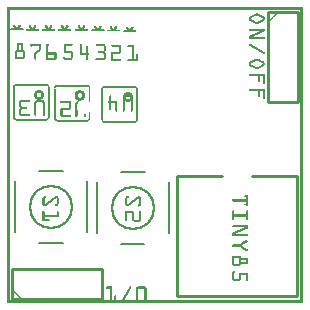
<source format=gto>
G04 MADE WITH FRITZING*
G04 WWW.FRITZING.ORG*
G04 DOUBLE SIDED*
G04 HOLES PLATED*
G04 CONTOUR ON CENTER OF CONTOUR VECTOR*
%ASAXBY*%
%FSLAX23Y23*%
%MOIN*%
%OFA0B0*%
%SFA1.0B1.0*%
%ADD10C,0.148000X0.132*%
%ADD11C,0.035590X0.0155904*%
%ADD12C,0.010000*%
%ADD13C,0.008000*%
%ADD14C,0.006000*%
%ADD15R,0.001000X0.001000*%
%LNSILK1*%
G90*
G70*
G54D10*
X146Y320D03*
X417Y316D03*
G54D11*
X105Y694D03*
X400Y686D03*
G54D12*
X564Y422D02*
X564Y22D01*
D02*
X564Y22D02*
X964Y22D01*
D02*
X964Y22D02*
X964Y422D01*
D02*
X564Y422D02*
X714Y422D01*
D02*
X814Y422D02*
X964Y422D01*
D02*
X867Y968D02*
X867Y668D01*
D02*
X867Y668D02*
X967Y668D01*
D02*
X967Y668D02*
X967Y968D01*
D02*
X967Y968D02*
X867Y968D01*
G54D13*
D02*
X266Y235D02*
X266Y405D01*
D02*
X26Y405D02*
X26Y235D01*
D02*
X185Y200D02*
X106Y200D01*
D02*
X186Y440D02*
X106Y440D01*
D02*
X537Y231D02*
X537Y401D01*
D02*
X297Y401D02*
X297Y231D01*
D02*
X456Y196D02*
X377Y196D01*
D02*
X458Y436D02*
X377Y436D01*
G54D12*
D02*
X14Y11D02*
X314Y11D01*
D02*
X314Y11D02*
X314Y111D01*
D02*
X314Y111D02*
X14Y111D01*
D02*
X14Y111D02*
X14Y11D01*
G54D14*
D02*
X167Y724D02*
X264Y724D01*
D02*
X264Y607D02*
X167Y607D01*
D02*
X158Y714D02*
X158Y617D01*
D02*
X31Y727D02*
X128Y727D01*
D02*
X128Y610D02*
X31Y610D01*
D02*
X138Y620D02*
X138Y717D01*
D02*
X21Y717D02*
X21Y620D01*
D02*
X325Y719D02*
X422Y719D01*
D02*
X422Y602D02*
X325Y602D01*
D02*
X432Y612D02*
X432Y709D01*
D02*
X316Y709D02*
X316Y612D01*
G54D15*
X0Y984D02*
X983Y984D01*
X0Y983D02*
X983Y983D01*
X0Y982D02*
X983Y982D01*
X0Y981D02*
X983Y981D01*
X0Y980D02*
X983Y980D01*
X0Y979D02*
X983Y979D01*
X0Y978D02*
X983Y978D01*
X0Y977D02*
X983Y977D01*
X0Y976D02*
X7Y976D01*
X976Y976D02*
X983Y976D01*
X0Y975D02*
X7Y975D01*
X976Y975D02*
X983Y975D01*
X0Y974D02*
X7Y974D01*
X976Y974D02*
X983Y974D01*
X0Y973D02*
X7Y973D01*
X976Y973D02*
X983Y973D01*
X0Y972D02*
X7Y972D01*
X976Y972D02*
X983Y972D01*
X0Y971D02*
X7Y971D01*
X976Y971D02*
X983Y971D01*
X0Y970D02*
X7Y970D01*
X900Y970D02*
X900Y970D01*
X976Y970D02*
X983Y970D01*
X0Y969D02*
X7Y969D01*
X899Y969D02*
X901Y969D01*
X976Y969D02*
X983Y969D01*
X0Y968D02*
X7Y968D01*
X898Y968D02*
X902Y968D01*
X976Y968D02*
X983Y968D01*
X0Y967D02*
X7Y967D01*
X897Y967D02*
X903Y967D01*
X976Y967D02*
X983Y967D01*
X0Y966D02*
X7Y966D01*
X896Y966D02*
X902Y966D01*
X976Y966D02*
X983Y966D01*
X0Y965D02*
X7Y965D01*
X895Y965D02*
X901Y965D01*
X976Y965D02*
X983Y965D01*
X0Y964D02*
X7Y964D01*
X830Y964D02*
X833Y964D01*
X894Y964D02*
X900Y964D01*
X976Y964D02*
X983Y964D01*
X0Y963D02*
X7Y963D01*
X826Y963D02*
X836Y963D01*
X893Y963D02*
X899Y963D01*
X976Y963D02*
X983Y963D01*
X0Y962D02*
X7Y962D01*
X824Y962D02*
X839Y962D01*
X892Y962D02*
X898Y962D01*
X976Y962D02*
X983Y962D01*
X0Y961D02*
X7Y961D01*
X822Y961D02*
X841Y961D01*
X891Y961D02*
X897Y961D01*
X976Y961D02*
X983Y961D01*
X0Y960D02*
X7Y960D01*
X820Y960D02*
X843Y960D01*
X890Y960D02*
X896Y960D01*
X976Y960D02*
X983Y960D01*
X0Y959D02*
X7Y959D01*
X818Y959D02*
X845Y959D01*
X889Y959D02*
X895Y959D01*
X976Y959D02*
X983Y959D01*
X0Y958D02*
X7Y958D01*
X816Y958D02*
X847Y958D01*
X888Y958D02*
X894Y958D01*
X976Y958D02*
X983Y958D01*
X0Y957D02*
X7Y957D01*
X814Y957D02*
X830Y957D01*
X833Y957D02*
X849Y957D01*
X887Y957D02*
X893Y957D01*
X976Y957D02*
X983Y957D01*
X0Y956D02*
X7Y956D01*
X812Y956D02*
X826Y956D01*
X836Y956D02*
X851Y956D01*
X886Y956D02*
X892Y956D01*
X976Y956D02*
X983Y956D01*
X0Y955D02*
X7Y955D01*
X810Y955D02*
X824Y955D01*
X838Y955D02*
X853Y955D01*
X885Y955D02*
X891Y955D01*
X976Y955D02*
X983Y955D01*
X0Y954D02*
X7Y954D01*
X808Y954D02*
X822Y954D01*
X840Y954D02*
X854Y954D01*
X884Y954D02*
X890Y954D01*
X976Y954D02*
X983Y954D01*
X0Y953D02*
X7Y953D01*
X807Y953D02*
X820Y953D01*
X842Y953D02*
X855Y953D01*
X883Y953D02*
X889Y953D01*
X976Y953D02*
X983Y953D01*
X0Y952D02*
X7Y952D01*
X806Y952D02*
X818Y952D01*
X844Y952D02*
X856Y952D01*
X882Y952D02*
X888Y952D01*
X976Y952D02*
X983Y952D01*
X0Y951D02*
X7Y951D01*
X806Y951D02*
X816Y951D01*
X846Y951D02*
X857Y951D01*
X881Y951D02*
X886Y951D01*
X976Y951D02*
X983Y951D01*
X0Y950D02*
X7Y950D01*
X805Y950D02*
X814Y950D01*
X848Y950D02*
X857Y950D01*
X880Y950D02*
X885Y950D01*
X976Y950D02*
X983Y950D01*
X0Y949D02*
X7Y949D01*
X805Y949D02*
X812Y949D01*
X850Y949D02*
X857Y949D01*
X879Y949D02*
X884Y949D01*
X976Y949D02*
X983Y949D01*
X0Y948D02*
X7Y948D01*
X805Y948D02*
X811Y948D01*
X851Y948D02*
X858Y948D01*
X878Y948D02*
X883Y948D01*
X976Y948D02*
X983Y948D01*
X0Y947D02*
X7Y947D01*
X805Y947D02*
X811Y947D01*
X852Y947D02*
X858Y947D01*
X877Y947D02*
X883Y947D01*
X976Y947D02*
X983Y947D01*
X0Y946D02*
X7Y946D01*
X805Y946D02*
X811Y946D01*
X851Y946D02*
X858Y946D01*
X876Y946D02*
X882Y946D01*
X976Y946D02*
X983Y946D01*
X0Y945D02*
X7Y945D01*
X805Y945D02*
X812Y945D01*
X850Y945D02*
X857Y945D01*
X875Y945D02*
X881Y945D01*
X976Y945D02*
X983Y945D01*
X0Y944D02*
X7Y944D01*
X805Y944D02*
X814Y944D01*
X848Y944D02*
X857Y944D01*
X874Y944D02*
X880Y944D01*
X976Y944D02*
X983Y944D01*
X0Y943D02*
X7Y943D01*
X806Y943D02*
X816Y943D01*
X846Y943D02*
X857Y943D01*
X873Y943D02*
X879Y943D01*
X976Y943D02*
X983Y943D01*
X0Y942D02*
X7Y942D01*
X806Y942D02*
X818Y942D01*
X844Y942D02*
X856Y942D01*
X872Y942D02*
X878Y942D01*
X976Y942D02*
X983Y942D01*
X0Y941D02*
X7Y941D01*
X807Y941D02*
X820Y941D01*
X843Y941D02*
X855Y941D01*
X871Y941D02*
X877Y941D01*
X976Y941D02*
X983Y941D01*
X0Y940D02*
X7Y940D01*
X808Y940D02*
X822Y940D01*
X841Y940D02*
X855Y940D01*
X870Y940D02*
X876Y940D01*
X976Y940D02*
X983Y940D01*
X0Y939D02*
X7Y939D01*
X809Y939D02*
X824Y939D01*
X839Y939D02*
X853Y939D01*
X869Y939D02*
X875Y939D01*
X976Y939D02*
X983Y939D01*
X0Y938D02*
X7Y938D01*
X811Y938D02*
X826Y938D01*
X837Y938D02*
X851Y938D01*
X868Y938D02*
X874Y938D01*
X976Y938D02*
X983Y938D01*
X0Y937D02*
X7Y937D01*
X813Y937D02*
X828Y937D01*
X834Y937D02*
X849Y937D01*
X867Y937D02*
X873Y937D01*
X976Y937D02*
X983Y937D01*
X0Y936D02*
X7Y936D01*
X815Y936D02*
X847Y936D01*
X866Y936D02*
X872Y936D01*
X976Y936D02*
X983Y936D01*
X0Y935D02*
X7Y935D01*
X817Y935D02*
X845Y935D01*
X866Y935D02*
X871Y935D01*
X976Y935D02*
X983Y935D01*
X0Y934D02*
X7Y934D01*
X819Y934D02*
X843Y934D01*
X867Y934D02*
X870Y934D01*
X976Y934D02*
X983Y934D01*
X0Y933D02*
X7Y933D01*
X821Y933D02*
X841Y933D01*
X868Y933D02*
X869Y933D01*
X976Y933D02*
X983Y933D01*
X0Y932D02*
X7Y932D01*
X823Y932D02*
X839Y932D01*
X976Y932D02*
X983Y932D01*
X0Y931D02*
X7Y931D01*
X825Y931D02*
X837Y931D01*
X976Y931D02*
X983Y931D01*
X0Y930D02*
X7Y930D01*
X828Y930D02*
X834Y930D01*
X976Y930D02*
X983Y930D01*
X0Y929D02*
X7Y929D01*
X976Y929D02*
X983Y929D01*
X0Y928D02*
X7Y928D01*
X976Y928D02*
X983Y928D01*
X0Y927D02*
X7Y927D01*
X976Y927D02*
X983Y927D01*
X0Y926D02*
X7Y926D01*
X20Y926D02*
X25Y926D01*
X38Y926D02*
X42Y926D01*
X976Y926D02*
X983Y926D01*
X0Y925D02*
X7Y925D01*
X19Y925D02*
X26Y925D01*
X37Y925D02*
X43Y925D01*
X126Y925D02*
X130Y925D01*
X144Y925D02*
X148Y925D01*
X976Y925D02*
X983Y925D01*
X0Y924D02*
X7Y924D01*
X19Y924D02*
X26Y924D01*
X37Y924D02*
X44Y924D01*
X72Y924D02*
X77Y924D01*
X90Y924D02*
X95Y924D01*
X125Y924D02*
X131Y924D01*
X143Y924D02*
X148Y924D01*
X179Y924D02*
X184Y924D01*
X197Y924D02*
X202Y924D01*
X236Y924D02*
X240Y924D01*
X253Y924D02*
X257Y924D01*
X976Y924D02*
X983Y924D01*
X0Y923D02*
X7Y923D01*
X19Y923D02*
X27Y923D01*
X36Y923D02*
X44Y923D01*
X71Y923D02*
X78Y923D01*
X89Y923D02*
X95Y923D01*
X124Y923D02*
X131Y923D01*
X142Y923D02*
X149Y923D01*
X179Y923D02*
X185Y923D01*
X196Y923D02*
X203Y923D01*
X235Y923D02*
X241Y923D01*
X252Y923D02*
X258Y923D01*
X289Y923D02*
X294Y923D01*
X307Y923D02*
X312Y923D01*
X976Y923D02*
X983Y923D01*
X0Y922D02*
X7Y922D01*
X19Y922D02*
X28Y922D01*
X35Y922D02*
X44Y922D01*
X71Y922D02*
X79Y922D01*
X88Y922D02*
X96Y922D01*
X124Y922D02*
X132Y922D01*
X141Y922D02*
X149Y922D01*
X178Y922D02*
X186Y922D01*
X196Y922D02*
X203Y922D01*
X234Y922D02*
X241Y922D01*
X252Y922D02*
X259Y922D01*
X289Y922D02*
X295Y922D01*
X306Y922D02*
X313Y922D01*
X976Y922D02*
X983Y922D01*
X0Y921D02*
X7Y921D01*
X20Y921D02*
X29Y921D01*
X35Y921D02*
X43Y921D01*
X71Y921D02*
X79Y921D01*
X88Y921D02*
X96Y921D01*
X124Y921D02*
X133Y921D01*
X141Y921D02*
X149Y921D01*
X178Y921D02*
X187Y921D01*
X195Y921D02*
X203Y921D01*
X234Y921D02*
X242Y921D01*
X251Y921D02*
X259Y921D01*
X288Y921D02*
X296Y921D01*
X306Y921D02*
X313Y921D01*
X342Y921D02*
X347Y921D01*
X359Y921D02*
X365Y921D01*
X976Y921D02*
X983Y921D01*
X0Y920D02*
X7Y920D01*
X20Y920D02*
X29Y920D01*
X34Y920D02*
X42Y920D01*
X71Y920D02*
X80Y920D01*
X87Y920D02*
X95Y920D01*
X125Y920D02*
X134Y920D01*
X140Y920D02*
X148Y920D01*
X179Y920D02*
X188Y920D01*
X194Y920D02*
X203Y920D01*
X234Y920D02*
X243Y920D01*
X250Y920D02*
X259Y920D01*
X288Y920D02*
X297Y920D01*
X305Y920D02*
X313Y920D01*
X341Y920D02*
X348Y920D01*
X359Y920D02*
X365Y920D01*
X397Y920D02*
X400Y920D01*
X415Y920D02*
X418Y920D01*
X976Y920D02*
X983Y920D01*
X0Y919D02*
X7Y919D01*
X21Y919D02*
X30Y919D01*
X33Y919D02*
X42Y919D01*
X72Y919D02*
X81Y919D01*
X86Y919D02*
X95Y919D01*
X125Y919D02*
X134Y919D01*
X139Y919D02*
X148Y919D01*
X179Y919D02*
X188Y919D01*
X194Y919D02*
X202Y919D01*
X235Y919D02*
X244Y919D01*
X250Y919D02*
X258Y919D01*
X289Y919D02*
X297Y919D01*
X304Y919D02*
X313Y919D01*
X341Y919D02*
X349Y919D01*
X358Y919D02*
X366Y919D01*
X396Y919D02*
X401Y919D01*
X414Y919D02*
X419Y919D01*
X976Y919D02*
X983Y919D01*
X0Y918D02*
X7Y918D01*
X22Y918D02*
X31Y918D01*
X33Y918D02*
X41Y918D01*
X73Y918D02*
X82Y918D01*
X86Y918D02*
X94Y918D01*
X126Y918D02*
X135Y918D01*
X139Y918D02*
X147Y918D01*
X180Y918D02*
X189Y918D01*
X193Y918D02*
X202Y918D01*
X235Y918D02*
X244Y918D01*
X249Y918D02*
X258Y918D01*
X289Y918D02*
X298Y918D01*
X304Y918D02*
X312Y918D01*
X341Y918D02*
X349Y918D01*
X357Y918D02*
X366Y918D01*
X395Y918D02*
X402Y918D01*
X413Y918D02*
X420Y918D01*
X976Y918D02*
X983Y918D01*
X0Y917D02*
X7Y917D01*
X23Y917D02*
X40Y917D01*
X73Y917D02*
X82Y917D01*
X85Y917D02*
X94Y917D01*
X127Y917D02*
X136Y917D01*
X138Y917D02*
X147Y917D01*
X181Y917D02*
X190Y917D01*
X192Y917D02*
X201Y917D01*
X236Y917D02*
X245Y917D01*
X249Y917D02*
X257Y917D01*
X290Y917D02*
X299Y917D01*
X303Y917D02*
X312Y917D01*
X341Y917D02*
X350Y917D01*
X357Y917D02*
X365Y917D01*
X395Y917D02*
X403Y917D01*
X412Y917D02*
X420Y917D01*
X976Y917D02*
X983Y917D01*
X0Y916D02*
X7Y916D01*
X23Y916D02*
X40Y916D01*
X74Y916D02*
X93Y916D01*
X128Y916D02*
X146Y916D01*
X181Y916D02*
X200Y916D01*
X237Y916D02*
X246Y916D01*
X248Y916D02*
X256Y916D01*
X291Y916D02*
X300Y916D01*
X302Y916D02*
X311Y916D01*
X342Y916D02*
X351Y916D01*
X356Y916D02*
X365Y916D01*
X395Y916D02*
X404Y916D01*
X412Y916D02*
X420Y916D01*
X976Y916D02*
X983Y916D01*
X0Y915D02*
X7Y915D01*
X24Y915D02*
X39Y915D01*
X75Y915D02*
X92Y915D01*
X128Y915D02*
X145Y915D01*
X182Y915D02*
X200Y915D01*
X238Y915D02*
X256Y915D01*
X291Y915D02*
X300Y915D01*
X302Y915D02*
X310Y915D01*
X343Y915D02*
X352Y915D01*
X355Y915D02*
X364Y915D01*
X396Y915D02*
X404Y915D01*
X411Y915D02*
X419Y915D01*
X976Y915D02*
X983Y915D01*
X0Y914D02*
X7Y914D01*
X12Y914D02*
X52Y914D01*
X76Y914D02*
X92Y914D01*
X129Y914D02*
X145Y914D01*
X183Y914D02*
X199Y914D01*
X238Y914D02*
X255Y914D01*
X292Y914D02*
X310Y914D01*
X343Y914D02*
X352Y914D01*
X355Y914D02*
X363Y914D01*
X396Y914D02*
X405Y914D01*
X410Y914D02*
X419Y914D01*
X976Y914D02*
X983Y914D01*
X0Y913D02*
X7Y913D01*
X11Y913D02*
X53Y913D01*
X65Y913D02*
X103Y913D01*
X117Y913D02*
X157Y913D01*
X172Y913D02*
X210Y913D01*
X239Y913D02*
X254Y913D01*
X293Y913D02*
X309Y913D01*
X344Y913D02*
X363Y913D01*
X397Y913D02*
X406Y913D01*
X410Y913D02*
X418Y913D01*
X806Y913D02*
X858Y913D01*
X976Y913D02*
X983Y913D01*
X0Y912D02*
X7Y912D01*
X10Y912D02*
X53Y912D01*
X63Y912D02*
X104Y912D01*
X116Y912D02*
X158Y912D01*
X170Y912D02*
X212Y912D01*
X227Y912D02*
X267Y912D01*
X282Y912D02*
X320Y912D01*
X345Y912D02*
X362Y912D01*
X398Y912D02*
X407Y912D01*
X409Y912D02*
X417Y912D01*
X805Y912D02*
X858Y912D01*
X976Y912D02*
X983Y912D01*
X0Y911D02*
X7Y911D01*
X10Y911D02*
X53Y911D01*
X63Y911D02*
X105Y911D01*
X116Y911D02*
X158Y911D01*
X170Y911D02*
X212Y911D01*
X226Y911D02*
X268Y911D01*
X281Y911D02*
X321Y911D01*
X346Y911D02*
X361Y911D01*
X398Y911D02*
X417Y911D01*
X805Y911D02*
X858Y911D01*
X976Y911D02*
X983Y911D01*
X0Y910D02*
X7Y910D01*
X10Y910D02*
X53Y910D01*
X62Y910D02*
X105Y910D01*
X115Y910D02*
X158Y910D01*
X170Y910D02*
X212Y910D01*
X225Y910D02*
X268Y910D01*
X280Y910D02*
X322Y910D01*
X334Y910D02*
X373Y910D01*
X399Y910D02*
X416Y910D01*
X805Y910D02*
X858Y910D01*
X976Y910D02*
X983Y910D01*
X0Y909D02*
X7Y909D01*
X11Y909D02*
X53Y909D01*
X62Y909D02*
X105Y909D01*
X115Y909D02*
X158Y909D01*
X169Y909D02*
X213Y909D01*
X225Y909D02*
X268Y909D01*
X280Y909D02*
X322Y909D01*
X333Y909D02*
X374Y909D01*
X400Y909D02*
X416Y909D01*
X805Y909D02*
X858Y909D01*
X976Y909D02*
X983Y909D01*
X0Y908D02*
X7Y908D01*
X62Y908D02*
X105Y908D01*
X116Y908D02*
X158Y908D01*
X170Y908D02*
X212Y908D01*
X225Y908D02*
X268Y908D01*
X279Y908D02*
X323Y908D01*
X332Y908D02*
X375Y908D01*
X388Y908D02*
X427Y908D01*
X806Y908D02*
X858Y908D01*
X976Y908D02*
X983Y908D01*
X0Y907D02*
X7Y907D01*
X63Y907D02*
X63Y907D01*
X105Y907D02*
X105Y907D01*
X170Y907D02*
X170Y907D01*
X212Y907D02*
X212Y907D01*
X226Y907D02*
X268Y907D01*
X280Y907D02*
X322Y907D01*
X332Y907D02*
X375Y907D01*
X387Y907D02*
X428Y907D01*
X808Y907D02*
X858Y907D01*
X976Y907D02*
X983Y907D01*
X0Y906D02*
X7Y906D01*
X226Y906D02*
X226Y906D01*
X280Y906D02*
X280Y906D01*
X322Y906D02*
X322Y906D01*
X332Y906D02*
X375Y906D01*
X386Y906D02*
X429Y906D01*
X844Y906D02*
X858Y906D01*
X976Y906D02*
X983Y906D01*
X0Y905D02*
X7Y905D01*
X332Y905D02*
X375Y905D01*
X386Y905D02*
X429Y905D01*
X842Y905D02*
X858Y905D01*
X976Y905D02*
X983Y905D01*
X0Y904D02*
X7Y904D01*
X386Y904D02*
X429Y904D01*
X840Y904D02*
X856Y904D01*
X976Y904D02*
X983Y904D01*
X0Y903D02*
X7Y903D01*
X387Y903D02*
X429Y903D01*
X837Y903D02*
X854Y903D01*
X976Y903D02*
X983Y903D01*
X0Y902D02*
X7Y902D01*
X835Y902D02*
X852Y902D01*
X976Y902D02*
X983Y902D01*
X0Y901D02*
X7Y901D01*
X833Y901D02*
X849Y901D01*
X976Y901D02*
X983Y901D01*
X0Y900D02*
X7Y900D01*
X830Y900D02*
X847Y900D01*
X976Y900D02*
X983Y900D01*
X0Y899D02*
X7Y899D01*
X828Y899D02*
X845Y899D01*
X976Y899D02*
X983Y899D01*
X0Y898D02*
X7Y898D01*
X826Y898D02*
X842Y898D01*
X976Y898D02*
X983Y898D01*
X0Y897D02*
X7Y897D01*
X824Y897D02*
X840Y897D01*
X976Y897D02*
X983Y897D01*
X0Y896D02*
X7Y896D01*
X821Y896D02*
X838Y896D01*
X976Y896D02*
X983Y896D01*
X0Y895D02*
X7Y895D01*
X819Y895D02*
X836Y895D01*
X976Y895D02*
X983Y895D01*
X0Y894D02*
X7Y894D01*
X817Y894D02*
X833Y894D01*
X976Y894D02*
X983Y894D01*
X0Y893D02*
X7Y893D01*
X814Y893D02*
X831Y893D01*
X976Y893D02*
X983Y893D01*
X0Y892D02*
X7Y892D01*
X812Y892D02*
X829Y892D01*
X976Y892D02*
X983Y892D01*
X0Y891D02*
X7Y891D01*
X810Y891D02*
X826Y891D01*
X976Y891D02*
X983Y891D01*
X0Y890D02*
X7Y890D01*
X808Y890D02*
X824Y890D01*
X976Y890D02*
X983Y890D01*
X0Y889D02*
X7Y889D01*
X805Y889D02*
X822Y889D01*
X976Y889D02*
X983Y889D01*
X0Y888D02*
X7Y888D01*
X805Y888D02*
X820Y888D01*
X976Y888D02*
X983Y888D01*
X0Y887D02*
X7Y887D01*
X805Y887D02*
X817Y887D01*
X976Y887D02*
X983Y887D01*
X0Y886D02*
X7Y886D01*
X805Y886D02*
X856Y886D01*
X976Y886D02*
X983Y886D01*
X0Y885D02*
X7Y885D01*
X805Y885D02*
X857Y885D01*
X976Y885D02*
X983Y885D01*
X0Y884D02*
X7Y884D01*
X805Y884D02*
X857Y884D01*
X976Y884D02*
X983Y884D01*
X0Y883D02*
X7Y883D01*
X805Y883D02*
X858Y883D01*
X976Y883D02*
X983Y883D01*
X0Y882D02*
X7Y882D01*
X805Y882D02*
X858Y882D01*
X976Y882D02*
X983Y882D01*
X0Y881D02*
X7Y881D01*
X805Y881D02*
X857Y881D01*
X976Y881D02*
X983Y881D01*
X0Y880D02*
X7Y880D01*
X805Y880D02*
X856Y880D01*
X976Y880D02*
X983Y880D01*
X0Y879D02*
X7Y879D01*
X976Y879D02*
X983Y879D01*
X0Y878D02*
X7Y878D01*
X976Y878D02*
X983Y878D01*
X0Y877D02*
X7Y877D01*
X976Y877D02*
X983Y877D01*
X0Y876D02*
X7Y876D01*
X976Y876D02*
X983Y876D01*
X0Y875D02*
X7Y875D01*
X976Y875D02*
X983Y875D01*
X0Y874D02*
X7Y874D01*
X976Y874D02*
X983Y874D01*
X0Y873D02*
X7Y873D01*
X976Y873D02*
X983Y873D01*
X0Y872D02*
X7Y872D01*
X976Y872D02*
X983Y872D01*
X0Y871D02*
X7Y871D01*
X976Y871D02*
X983Y871D01*
X0Y870D02*
X7Y870D01*
X976Y870D02*
X983Y870D01*
X0Y869D02*
X7Y869D01*
X976Y869D02*
X983Y869D01*
X0Y868D02*
X7Y868D01*
X976Y868D02*
X983Y868D01*
X0Y867D02*
X7Y867D01*
X976Y867D02*
X983Y867D01*
X0Y866D02*
X7Y866D01*
X976Y866D02*
X983Y866D01*
X0Y865D02*
X7Y865D01*
X33Y865D02*
X48Y865D01*
X976Y865D02*
X983Y865D01*
X0Y864D02*
X7Y864D01*
X32Y864D02*
X50Y864D01*
X976Y864D02*
X983Y864D01*
X0Y863D02*
X7Y863D01*
X31Y863D02*
X50Y863D01*
X78Y863D02*
X110Y863D01*
X130Y863D02*
X138Y863D01*
X190Y863D02*
X215Y863D01*
X244Y863D02*
X244Y863D01*
X806Y863D02*
X809Y863D01*
X976Y863D02*
X983Y863D01*
X0Y862D02*
X7Y862D01*
X31Y862D02*
X51Y862D01*
X77Y862D02*
X110Y862D01*
X130Y862D02*
X138Y862D01*
X190Y862D02*
X216Y862D01*
X242Y862D02*
X246Y862D01*
X295Y862D02*
X322Y862D01*
X805Y862D02*
X811Y862D01*
X976Y862D02*
X983Y862D01*
X0Y861D02*
X7Y861D01*
X31Y861D02*
X51Y861D01*
X76Y861D02*
X110Y861D01*
X129Y861D02*
X139Y861D01*
X190Y861D02*
X217Y861D01*
X241Y861D02*
X247Y861D01*
X294Y861D02*
X324Y861D01*
X805Y861D02*
X813Y861D01*
X976Y861D02*
X983Y861D01*
X0Y860D02*
X7Y860D01*
X31Y860D02*
X51Y860D01*
X76Y860D02*
X110Y860D01*
X129Y860D02*
X139Y860D01*
X190Y860D02*
X217Y860D01*
X241Y860D02*
X247Y860D01*
X294Y860D02*
X325Y860D01*
X347Y860D02*
X375Y860D01*
X805Y860D02*
X815Y860D01*
X976Y860D02*
X983Y860D01*
X0Y859D02*
X7Y859D01*
X31Y859D02*
X51Y859D01*
X76Y859D02*
X110Y859D01*
X129Y859D02*
X138Y859D01*
X190Y859D02*
X217Y859D01*
X241Y859D02*
X247Y859D01*
X293Y859D02*
X326Y859D01*
X347Y859D02*
X377Y859D01*
X805Y859D02*
X816Y859D01*
X976Y859D02*
X983Y859D01*
X0Y858D02*
X7Y858D01*
X31Y858D02*
X37Y858D01*
X44Y858D02*
X51Y858D01*
X76Y858D02*
X110Y858D01*
X129Y858D02*
X138Y858D01*
X190Y858D02*
X216Y858D01*
X241Y858D02*
X247Y858D01*
X294Y858D02*
X326Y858D01*
X346Y858D02*
X378Y858D01*
X401Y858D02*
X420Y858D01*
X805Y858D02*
X818Y858D01*
X976Y858D02*
X983Y858D01*
X0Y857D02*
X7Y857D01*
X31Y857D02*
X37Y857D01*
X45Y857D02*
X51Y857D01*
X76Y857D02*
X110Y857D01*
X129Y857D02*
X136Y857D01*
X190Y857D02*
X215Y857D01*
X241Y857D02*
X247Y857D01*
X264Y857D02*
X265Y857D01*
X294Y857D02*
X327Y857D01*
X346Y857D02*
X379Y857D01*
X401Y857D02*
X420Y857D01*
X807Y857D02*
X820Y857D01*
X976Y857D02*
X983Y857D01*
X0Y856D02*
X7Y856D01*
X31Y856D02*
X37Y856D01*
X45Y856D02*
X51Y856D01*
X76Y856D02*
X82Y856D01*
X104Y856D02*
X110Y856D01*
X129Y856D02*
X135Y856D01*
X190Y856D02*
X196Y856D01*
X241Y856D02*
X247Y856D01*
X263Y856D02*
X267Y856D01*
X295Y856D02*
X327Y856D01*
X346Y856D02*
X379Y856D01*
X400Y856D02*
X420Y856D01*
X808Y856D02*
X821Y856D01*
X976Y856D02*
X983Y856D01*
X0Y855D02*
X7Y855D01*
X31Y855D02*
X37Y855D01*
X45Y855D02*
X51Y855D01*
X77Y855D02*
X81Y855D01*
X104Y855D02*
X110Y855D01*
X129Y855D02*
X135Y855D01*
X190Y855D02*
X196Y855D01*
X241Y855D02*
X247Y855D01*
X262Y855D02*
X267Y855D01*
X321Y855D02*
X327Y855D01*
X347Y855D02*
X379Y855D01*
X400Y855D02*
X420Y855D01*
X810Y855D02*
X823Y855D01*
X976Y855D02*
X983Y855D01*
X0Y854D02*
X7Y854D01*
X31Y854D02*
X37Y854D01*
X45Y854D02*
X51Y854D01*
X78Y854D02*
X80Y854D01*
X104Y854D02*
X110Y854D01*
X129Y854D02*
X135Y854D01*
X190Y854D02*
X196Y854D01*
X241Y854D02*
X247Y854D01*
X262Y854D02*
X268Y854D01*
X321Y854D02*
X327Y854D01*
X348Y854D02*
X379Y854D01*
X400Y854D02*
X420Y854D01*
X812Y854D02*
X825Y854D01*
X976Y854D02*
X983Y854D01*
X0Y853D02*
X7Y853D01*
X31Y853D02*
X37Y853D01*
X45Y853D02*
X51Y853D01*
X104Y853D02*
X110Y853D01*
X129Y853D02*
X135Y853D01*
X190Y853D02*
X196Y853D01*
X241Y853D02*
X247Y853D01*
X262Y853D02*
X268Y853D01*
X321Y853D02*
X327Y853D01*
X373Y853D02*
X379Y853D01*
X401Y853D02*
X420Y853D01*
X813Y853D02*
X826Y853D01*
X976Y853D02*
X983Y853D01*
X0Y852D02*
X7Y852D01*
X31Y852D02*
X37Y852D01*
X45Y852D02*
X51Y852D01*
X104Y852D02*
X110Y852D01*
X129Y852D02*
X135Y852D01*
X190Y852D02*
X196Y852D01*
X241Y852D02*
X247Y852D01*
X262Y852D02*
X268Y852D01*
X321Y852D02*
X327Y852D01*
X373Y852D02*
X379Y852D01*
X403Y852D02*
X420Y852D01*
X815Y852D02*
X828Y852D01*
X976Y852D02*
X983Y852D01*
X0Y851D02*
X7Y851D01*
X31Y851D02*
X37Y851D01*
X45Y851D02*
X51Y851D01*
X104Y851D02*
X110Y851D01*
X129Y851D02*
X135Y851D01*
X190Y851D02*
X196Y851D01*
X241Y851D02*
X247Y851D01*
X262Y851D02*
X268Y851D01*
X321Y851D02*
X327Y851D01*
X373Y851D02*
X379Y851D01*
X414Y851D02*
X420Y851D01*
X817Y851D02*
X830Y851D01*
X976Y851D02*
X983Y851D01*
X0Y850D02*
X7Y850D01*
X31Y850D02*
X37Y850D01*
X45Y850D02*
X51Y850D01*
X104Y850D02*
X110Y850D01*
X129Y850D02*
X135Y850D01*
X190Y850D02*
X196Y850D01*
X241Y850D02*
X247Y850D01*
X262Y850D02*
X268Y850D01*
X321Y850D02*
X327Y850D01*
X373Y850D02*
X379Y850D01*
X414Y850D02*
X420Y850D01*
X819Y850D02*
X832Y850D01*
X976Y850D02*
X983Y850D01*
X0Y849D02*
X7Y849D01*
X31Y849D02*
X37Y849D01*
X45Y849D02*
X51Y849D01*
X104Y849D02*
X110Y849D01*
X129Y849D02*
X135Y849D01*
X190Y849D02*
X196Y849D01*
X241Y849D02*
X247Y849D01*
X262Y849D02*
X268Y849D01*
X321Y849D02*
X327Y849D01*
X373Y849D02*
X379Y849D01*
X414Y849D02*
X420Y849D01*
X820Y849D02*
X833Y849D01*
X976Y849D02*
X983Y849D01*
X0Y848D02*
X7Y848D01*
X31Y848D02*
X37Y848D01*
X45Y848D02*
X51Y848D01*
X104Y848D02*
X110Y848D01*
X129Y848D02*
X135Y848D01*
X190Y848D02*
X196Y848D01*
X241Y848D02*
X247Y848D01*
X262Y848D02*
X268Y848D01*
X321Y848D02*
X327Y848D01*
X373Y848D02*
X379Y848D01*
X414Y848D02*
X420Y848D01*
X822Y848D02*
X835Y848D01*
X976Y848D02*
X983Y848D01*
X0Y847D02*
X7Y847D01*
X31Y847D02*
X37Y847D01*
X45Y847D02*
X51Y847D01*
X104Y847D02*
X110Y847D01*
X129Y847D02*
X135Y847D01*
X190Y847D02*
X196Y847D01*
X241Y847D02*
X247Y847D01*
X262Y847D02*
X268Y847D01*
X321Y847D02*
X327Y847D01*
X373Y847D02*
X379Y847D01*
X414Y847D02*
X420Y847D01*
X824Y847D02*
X837Y847D01*
X976Y847D02*
X983Y847D01*
X0Y846D02*
X7Y846D01*
X31Y846D02*
X37Y846D01*
X45Y846D02*
X51Y846D01*
X104Y846D02*
X110Y846D01*
X129Y846D02*
X135Y846D01*
X190Y846D02*
X196Y846D01*
X241Y846D02*
X247Y846D01*
X262Y846D02*
X268Y846D01*
X321Y846D02*
X327Y846D01*
X373Y846D02*
X379Y846D01*
X414Y846D02*
X420Y846D01*
X825Y846D02*
X838Y846D01*
X976Y846D02*
X983Y846D01*
X0Y845D02*
X7Y845D01*
X31Y845D02*
X37Y845D01*
X45Y845D02*
X51Y845D01*
X104Y845D02*
X110Y845D01*
X129Y845D02*
X135Y845D01*
X190Y845D02*
X196Y845D01*
X241Y845D02*
X247Y845D01*
X262Y845D02*
X268Y845D01*
X321Y845D02*
X327Y845D01*
X373Y845D02*
X379Y845D01*
X414Y845D02*
X420Y845D01*
X827Y845D02*
X840Y845D01*
X976Y845D02*
X983Y845D01*
X0Y844D02*
X7Y844D01*
X31Y844D02*
X37Y844D01*
X45Y844D02*
X51Y844D01*
X104Y844D02*
X110Y844D01*
X129Y844D02*
X135Y844D01*
X190Y844D02*
X196Y844D01*
X241Y844D02*
X247Y844D01*
X262Y844D02*
X268Y844D01*
X321Y844D02*
X327Y844D01*
X373Y844D02*
X379Y844D01*
X414Y844D02*
X420Y844D01*
X829Y844D02*
X842Y844D01*
X976Y844D02*
X983Y844D01*
X0Y843D02*
X7Y843D01*
X31Y843D02*
X37Y843D01*
X45Y843D02*
X51Y843D01*
X103Y843D02*
X110Y843D01*
X129Y843D02*
X135Y843D01*
X190Y843D02*
X196Y843D01*
X241Y843D02*
X247Y843D01*
X262Y843D02*
X268Y843D01*
X321Y843D02*
X327Y843D01*
X373Y843D02*
X379Y843D01*
X414Y843D02*
X420Y843D01*
X831Y843D02*
X844Y843D01*
X976Y843D02*
X983Y843D01*
X0Y842D02*
X7Y842D01*
X31Y842D02*
X37Y842D01*
X45Y842D02*
X51Y842D01*
X101Y842D02*
X110Y842D01*
X129Y842D02*
X135Y842D01*
X190Y842D02*
X196Y842D01*
X241Y842D02*
X247Y842D01*
X262Y842D02*
X268Y842D01*
X321Y842D02*
X327Y842D01*
X373Y842D02*
X379Y842D01*
X414Y842D02*
X420Y842D01*
X832Y842D02*
X845Y842D01*
X976Y842D02*
X983Y842D01*
X0Y841D02*
X7Y841D01*
X28Y841D02*
X53Y841D01*
X100Y841D02*
X109Y841D01*
X129Y841D02*
X135Y841D01*
X190Y841D02*
X196Y841D01*
X241Y841D02*
X247Y841D01*
X262Y841D02*
X268Y841D01*
X321Y841D02*
X327Y841D01*
X373Y841D02*
X379Y841D01*
X414Y841D02*
X420Y841D01*
X834Y841D02*
X847Y841D01*
X976Y841D02*
X983Y841D01*
X0Y840D02*
X7Y840D01*
X27Y840D02*
X55Y840D01*
X99Y840D02*
X109Y840D01*
X129Y840D02*
X135Y840D01*
X190Y840D02*
X211Y840D01*
X241Y840D02*
X247Y840D01*
X262Y840D02*
X268Y840D01*
X320Y840D02*
X327Y840D01*
X373Y840D02*
X379Y840D01*
X414Y840D02*
X420Y840D01*
X836Y840D02*
X849Y840D01*
X976Y840D02*
X983Y840D01*
X0Y839D02*
X7Y839D01*
X26Y839D02*
X56Y839D01*
X98Y839D02*
X108Y839D01*
X129Y839D02*
X135Y839D01*
X190Y839D02*
X214Y839D01*
X241Y839D02*
X247Y839D01*
X262Y839D02*
X268Y839D01*
X318Y839D02*
X326Y839D01*
X373Y839D02*
X379Y839D01*
X414Y839D02*
X420Y839D01*
X837Y839D02*
X850Y839D01*
X976Y839D02*
X983Y839D01*
X0Y838D02*
X7Y838D01*
X25Y838D02*
X57Y838D01*
X97Y838D02*
X107Y838D01*
X129Y838D02*
X135Y838D01*
X190Y838D02*
X215Y838D01*
X241Y838D02*
X247Y838D01*
X262Y838D02*
X268Y838D01*
X301Y838D02*
X326Y838D01*
X373Y838D02*
X379Y838D01*
X414Y838D02*
X420Y838D01*
X839Y838D02*
X852Y838D01*
X976Y838D02*
X983Y838D01*
X0Y837D02*
X7Y837D01*
X24Y837D02*
X57Y837D01*
X96Y837D02*
X105Y837D01*
X129Y837D02*
X135Y837D01*
X190Y837D02*
X216Y837D01*
X241Y837D02*
X247Y837D01*
X262Y837D02*
X268Y837D01*
X301Y837D02*
X325Y837D01*
X352Y837D02*
X379Y837D01*
X414Y837D02*
X420Y837D01*
X841Y837D02*
X854Y837D01*
X976Y837D02*
X983Y837D01*
X0Y836D02*
X7Y836D01*
X24Y836D02*
X57Y836D01*
X94Y836D02*
X104Y836D01*
X129Y836D02*
X135Y836D01*
X190Y836D02*
X216Y836D01*
X241Y836D02*
X247Y836D01*
X262Y836D02*
X268Y836D01*
X300Y836D02*
X325Y836D01*
X349Y836D02*
X379Y836D01*
X414Y836D02*
X420Y836D01*
X843Y836D02*
X856Y836D01*
X976Y836D02*
X983Y836D01*
X0Y835D02*
X7Y835D01*
X24Y835D02*
X58Y835D01*
X93Y835D02*
X103Y835D01*
X129Y835D02*
X135Y835D01*
X190Y835D02*
X217Y835D01*
X241Y835D02*
X247Y835D01*
X262Y835D02*
X268Y835D01*
X300Y835D02*
X324Y835D01*
X348Y835D02*
X379Y835D01*
X414Y835D02*
X420Y835D01*
X844Y835D02*
X857Y835D01*
X976Y835D02*
X983Y835D01*
X0Y834D02*
X7Y834D01*
X24Y834D02*
X30Y834D01*
X52Y834D02*
X58Y834D01*
X92Y834D02*
X102Y834D01*
X129Y834D02*
X161Y834D01*
X190Y834D02*
X217Y834D01*
X241Y834D02*
X247Y834D01*
X261Y834D02*
X268Y834D01*
X301Y834D02*
X325Y834D01*
X347Y834D02*
X379Y834D01*
X414Y834D02*
X420Y834D01*
X846Y834D02*
X857Y834D01*
X976Y834D02*
X983Y834D01*
X0Y833D02*
X7Y833D01*
X24Y833D02*
X30Y833D01*
X52Y833D02*
X58Y833D01*
X91Y833D02*
X101Y833D01*
X129Y833D02*
X162Y833D01*
X211Y833D02*
X217Y833D01*
X241Y833D02*
X269Y833D01*
X301Y833D02*
X326Y833D01*
X347Y833D02*
X378Y833D01*
X414Y833D02*
X420Y833D01*
X848Y833D02*
X858Y833D01*
X976Y833D02*
X983Y833D01*
X0Y832D02*
X7Y832D01*
X24Y832D02*
X30Y832D01*
X52Y832D02*
X58Y832D01*
X90Y832D02*
X99Y832D01*
X129Y832D02*
X163Y832D01*
X211Y832D02*
X217Y832D01*
X241Y832D02*
X270Y832D01*
X303Y832D02*
X326Y832D01*
X346Y832D02*
X377Y832D01*
X414Y832D02*
X420Y832D01*
X849Y832D02*
X858Y832D01*
X976Y832D02*
X983Y832D01*
X0Y831D02*
X7Y831D01*
X24Y831D02*
X30Y831D01*
X52Y831D02*
X58Y831D01*
X90Y831D02*
X98Y831D01*
X129Y831D02*
X163Y831D01*
X211Y831D02*
X217Y831D01*
X241Y831D02*
X271Y831D01*
X320Y831D02*
X327Y831D01*
X346Y831D02*
X376Y831D01*
X414Y831D02*
X420Y831D01*
X851Y831D02*
X857Y831D01*
X976Y831D02*
X983Y831D01*
X0Y830D02*
X7Y830D01*
X24Y830D02*
X30Y830D01*
X52Y830D02*
X58Y830D01*
X90Y830D02*
X97Y830D01*
X129Y830D02*
X163Y830D01*
X211Y830D02*
X217Y830D01*
X241Y830D02*
X271Y830D01*
X320Y830D02*
X327Y830D01*
X346Y830D02*
X352Y830D01*
X414Y830D02*
X420Y830D01*
X853Y830D02*
X856Y830D01*
X976Y830D02*
X983Y830D01*
X0Y829D02*
X7Y829D01*
X24Y829D02*
X30Y829D01*
X52Y829D02*
X58Y829D01*
X90Y829D02*
X96Y829D01*
X129Y829D02*
X163Y829D01*
X211Y829D02*
X217Y829D01*
X241Y829D02*
X271Y829D01*
X321Y829D02*
X327Y829D01*
X346Y829D02*
X352Y829D01*
X414Y829D02*
X420Y829D01*
X430Y829D02*
X432Y829D01*
X976Y829D02*
X983Y829D01*
X0Y828D02*
X7Y828D01*
X24Y828D02*
X30Y828D01*
X52Y828D02*
X58Y828D01*
X90Y828D02*
X96Y828D01*
X129Y828D02*
X163Y828D01*
X211Y828D02*
X217Y828D01*
X241Y828D02*
X270Y828D01*
X321Y828D02*
X327Y828D01*
X346Y828D02*
X352Y828D01*
X414Y828D02*
X420Y828D01*
X428Y828D02*
X433Y828D01*
X976Y828D02*
X983Y828D01*
X0Y827D02*
X7Y827D01*
X24Y827D02*
X30Y827D01*
X52Y827D02*
X58Y827D01*
X90Y827D02*
X96Y827D01*
X129Y827D02*
X135Y827D01*
X157Y827D02*
X163Y827D01*
X211Y827D02*
X217Y827D01*
X241Y827D02*
X269Y827D01*
X321Y827D02*
X327Y827D01*
X346Y827D02*
X352Y827D01*
X414Y827D02*
X420Y827D01*
X428Y827D02*
X433Y827D01*
X976Y827D02*
X983Y827D01*
X0Y826D02*
X7Y826D01*
X24Y826D02*
X30Y826D01*
X52Y826D02*
X58Y826D01*
X90Y826D02*
X96Y826D01*
X129Y826D02*
X135Y826D01*
X157Y826D02*
X163Y826D01*
X211Y826D02*
X217Y826D01*
X262Y826D02*
X268Y826D01*
X321Y826D02*
X327Y826D01*
X346Y826D02*
X352Y826D01*
X414Y826D02*
X420Y826D01*
X428Y826D02*
X434Y826D01*
X976Y826D02*
X983Y826D01*
X0Y825D02*
X7Y825D01*
X24Y825D02*
X30Y825D01*
X52Y825D02*
X58Y825D01*
X90Y825D02*
X96Y825D01*
X129Y825D02*
X135Y825D01*
X157Y825D02*
X163Y825D01*
X211Y825D02*
X217Y825D01*
X262Y825D02*
X268Y825D01*
X321Y825D02*
X327Y825D01*
X346Y825D02*
X352Y825D01*
X414Y825D02*
X420Y825D01*
X428Y825D02*
X434Y825D01*
X976Y825D02*
X983Y825D01*
X0Y824D02*
X7Y824D01*
X24Y824D02*
X30Y824D01*
X52Y824D02*
X58Y824D01*
X90Y824D02*
X96Y824D01*
X129Y824D02*
X135Y824D01*
X157Y824D02*
X163Y824D01*
X211Y824D02*
X217Y824D01*
X262Y824D02*
X268Y824D01*
X321Y824D02*
X327Y824D01*
X346Y824D02*
X352Y824D01*
X414Y824D02*
X420Y824D01*
X428Y824D02*
X434Y824D01*
X976Y824D02*
X983Y824D01*
X0Y823D02*
X7Y823D01*
X24Y823D02*
X30Y823D01*
X52Y823D02*
X58Y823D01*
X90Y823D02*
X96Y823D01*
X129Y823D02*
X135Y823D01*
X157Y823D02*
X163Y823D01*
X211Y823D02*
X217Y823D01*
X262Y823D02*
X268Y823D01*
X321Y823D02*
X327Y823D01*
X346Y823D02*
X352Y823D01*
X414Y823D02*
X420Y823D01*
X428Y823D02*
X434Y823D01*
X976Y823D02*
X983Y823D01*
X0Y822D02*
X7Y822D01*
X24Y822D02*
X30Y822D01*
X52Y822D02*
X58Y822D01*
X90Y822D02*
X96Y822D01*
X129Y822D02*
X135Y822D01*
X157Y822D02*
X163Y822D01*
X211Y822D02*
X217Y822D01*
X262Y822D02*
X268Y822D01*
X321Y822D02*
X327Y822D01*
X346Y822D02*
X352Y822D01*
X414Y822D02*
X420Y822D01*
X428Y822D02*
X434Y822D01*
X976Y822D02*
X983Y822D01*
X0Y821D02*
X7Y821D01*
X24Y821D02*
X30Y821D01*
X52Y821D02*
X58Y821D01*
X90Y821D02*
X96Y821D01*
X129Y821D02*
X135Y821D01*
X157Y821D02*
X163Y821D01*
X211Y821D02*
X217Y821D01*
X262Y821D02*
X268Y821D01*
X321Y821D02*
X327Y821D01*
X346Y821D02*
X352Y821D01*
X414Y821D02*
X420Y821D01*
X428Y821D02*
X434Y821D01*
X976Y821D02*
X983Y821D01*
X0Y820D02*
X7Y820D01*
X24Y820D02*
X30Y820D01*
X52Y820D02*
X58Y820D01*
X90Y820D02*
X96Y820D01*
X129Y820D02*
X135Y820D01*
X157Y820D02*
X163Y820D01*
X211Y820D02*
X217Y820D01*
X262Y820D02*
X268Y820D01*
X321Y820D02*
X327Y820D01*
X346Y820D02*
X352Y820D01*
X414Y820D02*
X420Y820D01*
X428Y820D02*
X434Y820D01*
X976Y820D02*
X983Y820D01*
X0Y819D02*
X7Y819D01*
X24Y819D02*
X30Y819D01*
X52Y819D02*
X58Y819D01*
X90Y819D02*
X96Y819D01*
X129Y819D02*
X135Y819D01*
X157Y819D02*
X163Y819D01*
X185Y819D02*
X188Y819D01*
X211Y819D02*
X217Y819D01*
X262Y819D02*
X268Y819D01*
X321Y819D02*
X327Y819D01*
X346Y819D02*
X352Y819D01*
X414Y819D02*
X420Y819D01*
X428Y819D02*
X434Y819D01*
X976Y819D02*
X983Y819D01*
X0Y818D02*
X7Y818D01*
X24Y818D02*
X58Y818D01*
X90Y818D02*
X96Y818D01*
X129Y818D02*
X135Y818D01*
X157Y818D02*
X163Y818D01*
X184Y818D02*
X190Y818D01*
X211Y818D02*
X217Y818D01*
X262Y818D02*
X268Y818D01*
X321Y818D02*
X327Y818D01*
X346Y818D02*
X352Y818D01*
X414Y818D02*
X420Y818D01*
X428Y818D02*
X434Y818D01*
X976Y818D02*
X983Y818D01*
X0Y817D02*
X7Y817D01*
X24Y817D02*
X57Y817D01*
X90Y817D02*
X96Y817D01*
X129Y817D02*
X135Y817D01*
X157Y817D02*
X163Y817D01*
X184Y817D02*
X192Y817D01*
X211Y817D02*
X217Y817D01*
X262Y817D02*
X268Y817D01*
X321Y817D02*
X327Y817D01*
X346Y817D02*
X352Y817D01*
X414Y817D02*
X420Y817D01*
X428Y817D02*
X434Y817D01*
X976Y817D02*
X983Y817D01*
X0Y816D02*
X7Y816D01*
X24Y816D02*
X57Y816D01*
X90Y816D02*
X96Y816D01*
X129Y816D02*
X163Y816D01*
X183Y816D02*
X217Y816D01*
X262Y816D02*
X268Y816D01*
X321Y816D02*
X327Y816D01*
X346Y816D02*
X352Y816D01*
X414Y816D02*
X420Y816D01*
X428Y816D02*
X434Y816D01*
X976Y816D02*
X983Y816D01*
X0Y815D02*
X7Y815D01*
X25Y815D02*
X57Y815D01*
X90Y815D02*
X96Y815D01*
X129Y815D02*
X163Y815D01*
X183Y815D02*
X217Y815D01*
X262Y815D02*
X268Y815D01*
X295Y815D02*
X327Y815D01*
X346Y815D02*
X352Y815D01*
X414Y815D02*
X420Y815D01*
X428Y815D02*
X434Y815D01*
X976Y815D02*
X983Y815D01*
X0Y814D02*
X7Y814D01*
X25Y814D02*
X56Y814D01*
X90Y814D02*
X96Y814D01*
X129Y814D02*
X163Y814D01*
X184Y814D02*
X216Y814D01*
X262Y814D02*
X268Y814D01*
X294Y814D02*
X327Y814D01*
X346Y814D02*
X352Y814D01*
X414Y814D02*
X420Y814D01*
X428Y814D02*
X434Y814D01*
X976Y814D02*
X983Y814D01*
X0Y813D02*
X7Y813D01*
X26Y813D02*
X55Y813D01*
X90Y813D02*
X96Y813D01*
X129Y813D02*
X163Y813D01*
X185Y813D02*
X216Y813D01*
X262Y813D02*
X268Y813D01*
X294Y813D02*
X326Y813D01*
X346Y813D02*
X378Y813D01*
X414Y813D02*
X420Y813D01*
X428Y813D02*
X434Y813D01*
X828Y813D02*
X835Y813D01*
X976Y813D02*
X983Y813D01*
X0Y812D02*
X7Y812D01*
X28Y812D02*
X54Y812D01*
X90Y812D02*
X96Y812D01*
X130Y812D02*
X163Y812D01*
X187Y812D02*
X215Y812D01*
X262Y812D02*
X267Y812D01*
X293Y812D02*
X326Y812D01*
X346Y812D02*
X379Y812D01*
X414Y812D02*
X420Y812D01*
X428Y812D02*
X434Y812D01*
X825Y812D02*
X837Y812D01*
X976Y812D02*
X983Y812D01*
X0Y811D02*
X7Y811D01*
X91Y811D02*
X95Y811D01*
X130Y811D02*
X162Y811D01*
X189Y811D02*
X214Y811D01*
X262Y811D02*
X267Y811D01*
X293Y811D02*
X325Y811D01*
X346Y811D02*
X379Y811D01*
X402Y811D02*
X434Y811D01*
X823Y811D02*
X840Y811D01*
X976Y811D02*
X983Y811D01*
X0Y810D02*
X7Y810D01*
X92Y810D02*
X94Y810D01*
X132Y810D02*
X160Y810D01*
X192Y810D02*
X213Y810D01*
X263Y810D02*
X267Y810D01*
X294Y810D02*
X324Y810D01*
X346Y810D02*
X379Y810D01*
X401Y810D02*
X434Y810D01*
X821Y810D02*
X842Y810D01*
X976Y810D02*
X983Y810D01*
X0Y809D02*
X7Y809D01*
X265Y809D02*
X265Y809D01*
X295Y809D02*
X323Y809D01*
X346Y809D02*
X379Y809D01*
X400Y809D02*
X434Y809D01*
X819Y809D02*
X844Y809D01*
X976Y809D02*
X983Y809D01*
X0Y808D02*
X7Y808D01*
X346Y808D02*
X379Y808D01*
X400Y808D02*
X434Y808D01*
X817Y808D02*
X846Y808D01*
X976Y808D02*
X983Y808D01*
X0Y807D02*
X7Y807D01*
X346Y807D02*
X378Y807D01*
X400Y807D02*
X433Y807D01*
X815Y807D02*
X848Y807D01*
X976Y807D02*
X983Y807D01*
X0Y806D02*
X7Y806D01*
X401Y806D02*
X433Y806D01*
X813Y806D02*
X828Y806D01*
X835Y806D02*
X850Y806D01*
X976Y806D02*
X983Y806D01*
X0Y805D02*
X7Y805D01*
X402Y805D02*
X432Y805D01*
X811Y805D02*
X825Y805D01*
X837Y805D02*
X852Y805D01*
X976Y805D02*
X983Y805D01*
X0Y804D02*
X7Y804D01*
X809Y804D02*
X823Y804D01*
X839Y804D02*
X853Y804D01*
X976Y804D02*
X983Y804D01*
X0Y803D02*
X7Y803D01*
X808Y803D02*
X821Y803D01*
X841Y803D02*
X855Y803D01*
X976Y803D02*
X983Y803D01*
X0Y802D02*
X7Y802D01*
X807Y802D02*
X819Y802D01*
X843Y802D02*
X856Y802D01*
X976Y802D02*
X983Y802D01*
X0Y801D02*
X7Y801D01*
X806Y801D02*
X817Y801D01*
X845Y801D02*
X856Y801D01*
X976Y801D02*
X983Y801D01*
X0Y800D02*
X7Y800D01*
X805Y800D02*
X815Y800D01*
X847Y800D02*
X857Y800D01*
X976Y800D02*
X983Y800D01*
X0Y799D02*
X7Y799D01*
X805Y799D02*
X813Y799D01*
X849Y799D02*
X857Y799D01*
X976Y799D02*
X983Y799D01*
X0Y798D02*
X7Y798D01*
X805Y798D02*
X812Y798D01*
X851Y798D02*
X857Y798D01*
X976Y798D02*
X983Y798D01*
X0Y797D02*
X7Y797D01*
X805Y797D02*
X811Y797D01*
X851Y797D02*
X858Y797D01*
X976Y797D02*
X983Y797D01*
X0Y796D02*
X7Y796D01*
X805Y796D02*
X811Y796D01*
X852Y796D02*
X858Y796D01*
X976Y796D02*
X983Y796D01*
X0Y795D02*
X7Y795D01*
X805Y795D02*
X811Y795D01*
X851Y795D02*
X858Y795D01*
X976Y795D02*
X983Y795D01*
X0Y794D02*
X7Y794D01*
X805Y794D02*
X812Y794D01*
X850Y794D02*
X857Y794D01*
X976Y794D02*
X983Y794D01*
X0Y793D02*
X7Y793D01*
X805Y793D02*
X814Y793D01*
X848Y793D02*
X857Y793D01*
X976Y793D02*
X983Y793D01*
X0Y792D02*
X7Y792D01*
X806Y792D02*
X816Y792D01*
X846Y792D02*
X857Y792D01*
X976Y792D02*
X983Y792D01*
X0Y791D02*
X7Y791D01*
X806Y791D02*
X818Y791D01*
X844Y791D02*
X856Y791D01*
X976Y791D02*
X983Y791D01*
X0Y790D02*
X7Y790D01*
X807Y790D02*
X820Y790D01*
X842Y790D02*
X855Y790D01*
X976Y790D02*
X983Y790D01*
X0Y789D02*
X7Y789D01*
X808Y789D02*
X822Y789D01*
X840Y789D02*
X854Y789D01*
X976Y789D02*
X983Y789D01*
X0Y788D02*
X7Y788D01*
X810Y788D02*
X824Y788D01*
X838Y788D02*
X852Y788D01*
X976Y788D02*
X983Y788D01*
X0Y787D02*
X7Y787D01*
X812Y787D02*
X827Y787D01*
X836Y787D02*
X850Y787D01*
X976Y787D02*
X983Y787D01*
X0Y786D02*
X7Y786D01*
X814Y786D02*
X848Y786D01*
X976Y786D02*
X983Y786D01*
X0Y785D02*
X7Y785D01*
X816Y785D02*
X846Y785D01*
X976Y785D02*
X983Y785D01*
X0Y784D02*
X7Y784D01*
X818Y784D02*
X844Y784D01*
X976Y784D02*
X983Y784D01*
X0Y783D02*
X7Y783D01*
X820Y783D02*
X842Y783D01*
X976Y783D02*
X983Y783D01*
X0Y782D02*
X7Y782D01*
X822Y782D02*
X840Y782D01*
X976Y782D02*
X983Y782D01*
X0Y781D02*
X7Y781D01*
X824Y781D02*
X838Y781D01*
X976Y781D02*
X983Y781D01*
X0Y780D02*
X7Y780D01*
X826Y780D02*
X836Y780D01*
X976Y780D02*
X983Y780D01*
X0Y779D02*
X7Y779D01*
X831Y779D02*
X831Y779D01*
X976Y779D02*
X983Y779D01*
X0Y778D02*
X7Y778D01*
X976Y778D02*
X983Y778D01*
X0Y777D02*
X7Y777D01*
X976Y777D02*
X983Y777D01*
X0Y776D02*
X7Y776D01*
X976Y776D02*
X983Y776D01*
X0Y775D02*
X7Y775D01*
X976Y775D02*
X983Y775D01*
X0Y774D02*
X7Y774D01*
X976Y774D02*
X983Y774D01*
X0Y773D02*
X7Y773D01*
X976Y773D02*
X983Y773D01*
X0Y772D02*
X7Y772D01*
X976Y772D02*
X983Y772D01*
X0Y771D02*
X7Y771D01*
X976Y771D02*
X983Y771D01*
X0Y770D02*
X7Y770D01*
X976Y770D02*
X983Y770D01*
X0Y769D02*
X7Y769D01*
X976Y769D02*
X983Y769D01*
X0Y768D02*
X7Y768D01*
X976Y768D02*
X983Y768D01*
X0Y767D02*
X7Y767D01*
X976Y767D02*
X983Y767D01*
X0Y766D02*
X7Y766D01*
X976Y766D02*
X983Y766D01*
X0Y765D02*
X7Y765D01*
X976Y765D02*
X983Y765D01*
X0Y764D02*
X7Y764D01*
X976Y764D02*
X983Y764D01*
X0Y763D02*
X7Y763D01*
X807Y763D02*
X858Y763D01*
X976Y763D02*
X983Y763D01*
X0Y762D02*
X7Y762D01*
X805Y762D02*
X858Y762D01*
X976Y762D02*
X983Y762D01*
X0Y761D02*
X7Y761D01*
X805Y761D02*
X858Y761D01*
X976Y761D02*
X983Y761D01*
X0Y760D02*
X7Y760D01*
X805Y760D02*
X858Y760D01*
X976Y760D02*
X983Y760D01*
X0Y759D02*
X7Y759D01*
X805Y759D02*
X858Y759D01*
X976Y759D02*
X983Y759D01*
X0Y758D02*
X7Y758D01*
X805Y758D02*
X858Y758D01*
X976Y758D02*
X983Y758D01*
X0Y757D02*
X7Y757D01*
X806Y757D02*
X858Y757D01*
X976Y757D02*
X983Y757D01*
X0Y756D02*
X7Y756D01*
X834Y756D02*
X840Y756D01*
X852Y756D02*
X858Y756D01*
X976Y756D02*
X983Y756D01*
X0Y755D02*
X7Y755D01*
X834Y755D02*
X840Y755D01*
X852Y755D02*
X858Y755D01*
X976Y755D02*
X983Y755D01*
X0Y754D02*
X7Y754D01*
X834Y754D02*
X840Y754D01*
X852Y754D02*
X858Y754D01*
X976Y754D02*
X983Y754D01*
X0Y753D02*
X7Y753D01*
X834Y753D02*
X840Y753D01*
X852Y753D02*
X858Y753D01*
X976Y753D02*
X983Y753D01*
X0Y752D02*
X7Y752D01*
X834Y752D02*
X840Y752D01*
X852Y752D02*
X858Y752D01*
X976Y752D02*
X983Y752D01*
X0Y751D02*
X7Y751D01*
X834Y751D02*
X840Y751D01*
X852Y751D02*
X858Y751D01*
X976Y751D02*
X983Y751D01*
X0Y750D02*
X7Y750D01*
X834Y750D02*
X840Y750D01*
X852Y750D02*
X858Y750D01*
X976Y750D02*
X983Y750D01*
X0Y749D02*
X7Y749D01*
X834Y749D02*
X840Y749D01*
X852Y749D02*
X858Y749D01*
X976Y749D02*
X983Y749D01*
X0Y748D02*
X7Y748D01*
X834Y748D02*
X840Y748D01*
X852Y748D02*
X858Y748D01*
X976Y748D02*
X983Y748D01*
X0Y747D02*
X7Y747D01*
X834Y747D02*
X840Y747D01*
X852Y747D02*
X858Y747D01*
X976Y747D02*
X983Y747D01*
X0Y746D02*
X7Y746D01*
X834Y746D02*
X840Y746D01*
X852Y746D02*
X858Y746D01*
X976Y746D02*
X983Y746D01*
X0Y745D02*
X7Y745D01*
X834Y745D02*
X840Y745D01*
X852Y745D02*
X858Y745D01*
X976Y745D02*
X983Y745D01*
X0Y744D02*
X7Y744D01*
X834Y744D02*
X840Y744D01*
X852Y744D02*
X858Y744D01*
X976Y744D02*
X983Y744D01*
X0Y743D02*
X7Y743D01*
X834Y743D02*
X840Y743D01*
X852Y743D02*
X858Y743D01*
X976Y743D02*
X983Y743D01*
X0Y742D02*
X7Y742D01*
X834Y742D02*
X840Y742D01*
X852Y742D02*
X858Y742D01*
X976Y742D02*
X983Y742D01*
X0Y741D02*
X7Y741D01*
X834Y741D02*
X840Y741D01*
X852Y741D02*
X858Y741D01*
X976Y741D02*
X983Y741D01*
X0Y740D02*
X7Y740D01*
X834Y740D02*
X840Y740D01*
X852Y740D02*
X858Y740D01*
X976Y740D02*
X983Y740D01*
X0Y739D02*
X7Y739D01*
X834Y739D02*
X840Y739D01*
X852Y739D02*
X858Y739D01*
X976Y739D02*
X983Y739D01*
X0Y738D02*
X7Y738D01*
X834Y738D02*
X840Y738D01*
X852Y738D02*
X858Y738D01*
X976Y738D02*
X983Y738D01*
X0Y737D02*
X7Y737D01*
X835Y737D02*
X839Y737D01*
X852Y737D02*
X858Y737D01*
X976Y737D02*
X983Y737D01*
X0Y736D02*
X7Y736D01*
X836Y736D02*
X838Y736D01*
X852Y736D02*
X858Y736D01*
X976Y736D02*
X983Y736D01*
X0Y735D02*
X7Y735D01*
X852Y735D02*
X858Y735D01*
X976Y735D02*
X983Y735D01*
X0Y734D02*
X7Y734D01*
X852Y734D02*
X858Y734D01*
X976Y734D02*
X983Y734D01*
X0Y733D02*
X7Y733D01*
X852Y733D02*
X858Y733D01*
X976Y733D02*
X983Y733D01*
X0Y732D02*
X7Y732D01*
X852Y732D02*
X858Y732D01*
X976Y732D02*
X983Y732D01*
X0Y731D02*
X7Y731D01*
X852Y731D02*
X857Y731D01*
X976Y731D02*
X983Y731D01*
X0Y730D02*
X7Y730D01*
X29Y730D02*
X30Y730D01*
X128Y730D02*
X129Y730D01*
X853Y730D02*
X857Y730D01*
X976Y730D02*
X983Y730D01*
X0Y729D02*
X7Y729D01*
X26Y729D02*
X30Y729D01*
X128Y729D02*
X132Y729D01*
X854Y729D02*
X855Y729D01*
X976Y729D02*
X983Y729D01*
X0Y728D02*
X7Y728D01*
X24Y728D02*
X30Y728D01*
X128Y728D02*
X134Y728D01*
X976Y728D02*
X983Y728D01*
X0Y727D02*
X7Y727D01*
X23Y727D02*
X30Y727D01*
X128Y727D02*
X135Y727D01*
X976Y727D02*
X983Y727D01*
X0Y726D02*
X7Y726D01*
X22Y726D02*
X30Y726D01*
X128Y726D02*
X136Y726D01*
X163Y726D02*
X167Y726D01*
X265Y726D02*
X268Y726D01*
X976Y726D02*
X983Y726D01*
X0Y725D02*
X7Y725D01*
X21Y725D02*
X30Y725D01*
X128Y725D02*
X137Y725D01*
X161Y725D02*
X167Y725D01*
X265Y725D02*
X270Y725D01*
X976Y725D02*
X983Y725D01*
X0Y724D02*
X7Y724D01*
X20Y724D02*
X28Y724D01*
X130Y724D02*
X138Y724D01*
X160Y724D02*
X167Y724D01*
X265Y724D02*
X272Y724D01*
X976Y724D02*
X983Y724D01*
X0Y723D02*
X7Y723D01*
X20Y723D02*
X26Y723D01*
X132Y723D02*
X138Y723D01*
X159Y723D02*
X167Y723D01*
X265Y723D02*
X273Y723D01*
X976Y723D02*
X983Y723D01*
X0Y722D02*
X7Y722D01*
X19Y722D02*
X25Y722D01*
X133Y722D02*
X139Y722D01*
X158Y722D02*
X167Y722D01*
X265Y722D02*
X274Y722D01*
X322Y722D02*
X324Y722D01*
X422Y722D02*
X425Y722D01*
X976Y722D02*
X983Y722D01*
X0Y721D02*
X7Y721D01*
X19Y721D02*
X24Y721D01*
X134Y721D02*
X139Y721D01*
X157Y721D02*
X166Y721D01*
X266Y721D02*
X274Y721D01*
X320Y721D02*
X324Y721D01*
X422Y721D02*
X427Y721D01*
X976Y721D02*
X983Y721D01*
X0Y720D02*
X7Y720D01*
X19Y720D02*
X24Y720D01*
X134Y720D02*
X140Y720D01*
X157Y720D02*
X163Y720D01*
X269Y720D02*
X275Y720D01*
X318Y720D02*
X324Y720D01*
X422Y720D02*
X429Y720D01*
X976Y720D02*
X983Y720D01*
X0Y719D02*
X7Y719D01*
X19Y719D02*
X24Y719D01*
X135Y719D02*
X140Y719D01*
X156Y719D02*
X162Y719D01*
X270Y719D02*
X275Y719D01*
X317Y719D02*
X324Y719D01*
X422Y719D02*
X430Y719D01*
X976Y719D02*
X983Y719D01*
X0Y718D02*
X7Y718D01*
X18Y718D02*
X23Y718D01*
X135Y718D02*
X140Y718D01*
X156Y718D02*
X161Y718D01*
X271Y718D02*
X276Y718D01*
X316Y718D02*
X324Y718D01*
X422Y718D02*
X431Y718D01*
X976Y718D02*
X983Y718D01*
X0Y717D02*
X7Y717D01*
X155Y717D02*
X160Y717D01*
X271Y717D02*
X276Y717D01*
X315Y717D02*
X324Y717D01*
X422Y717D02*
X432Y717D01*
X976Y717D02*
X983Y717D01*
X0Y716D02*
X7Y716D01*
X155Y716D02*
X160Y716D01*
X271Y716D02*
X276Y716D01*
X314Y716D02*
X321Y716D01*
X425Y716D02*
X432Y716D01*
X976Y716D02*
X983Y716D01*
X0Y715D02*
X7Y715D01*
X155Y715D02*
X160Y715D01*
X271Y715D02*
X276Y715D01*
X314Y715D02*
X320Y715D01*
X427Y715D02*
X433Y715D01*
X976Y715D02*
X983Y715D01*
X0Y714D02*
X7Y714D01*
X271Y714D02*
X276Y714D01*
X313Y714D02*
X319Y714D01*
X428Y714D02*
X433Y714D01*
X976Y714D02*
X983Y714D01*
X0Y713D02*
X7Y713D01*
X271Y713D02*
X276Y713D01*
X313Y713D02*
X318Y713D01*
X428Y713D02*
X434Y713D01*
X807Y713D02*
X857Y713D01*
X976Y713D02*
X983Y713D01*
X0Y712D02*
X7Y712D01*
X271Y712D02*
X276Y712D01*
X313Y712D02*
X318Y712D01*
X429Y712D02*
X434Y712D01*
X806Y712D02*
X858Y712D01*
X976Y712D02*
X983Y712D01*
X0Y711D02*
X7Y711D01*
X271Y711D02*
X276Y711D01*
X313Y711D02*
X318Y711D01*
X429Y711D02*
X434Y711D01*
X805Y711D02*
X858Y711D01*
X976Y711D02*
X983Y711D01*
X0Y710D02*
X7Y710D01*
X271Y710D02*
X276Y710D01*
X313Y710D02*
X318Y710D01*
X429Y710D02*
X434Y710D01*
X805Y710D02*
X858Y710D01*
X976Y710D02*
X983Y710D01*
X0Y709D02*
X7Y709D01*
X271Y709D02*
X276Y709D01*
X805Y709D02*
X858Y709D01*
X976Y709D02*
X983Y709D01*
X0Y708D02*
X7Y708D01*
X237Y708D02*
X246Y708D01*
X271Y708D02*
X276Y708D01*
X805Y708D02*
X858Y708D01*
X976Y708D02*
X983Y708D01*
X0Y707D02*
X7Y707D01*
X234Y707D02*
X248Y707D01*
X271Y707D02*
X276Y707D01*
X806Y707D02*
X858Y707D01*
X976Y707D02*
X983Y707D01*
X0Y706D02*
X7Y706D01*
X232Y706D02*
X250Y706D01*
X271Y706D02*
X276Y706D01*
X834Y706D02*
X840Y706D01*
X851Y706D02*
X858Y706D01*
X976Y706D02*
X983Y706D01*
X0Y705D02*
X7Y705D01*
X231Y705D02*
X252Y705D01*
X271Y705D02*
X276Y705D01*
X834Y705D02*
X840Y705D01*
X852Y705D02*
X858Y705D01*
X976Y705D02*
X983Y705D01*
X0Y704D02*
X7Y704D01*
X230Y704D02*
X253Y704D01*
X271Y704D02*
X276Y704D01*
X834Y704D02*
X840Y704D01*
X852Y704D02*
X858Y704D01*
X976Y704D02*
X983Y704D01*
X0Y703D02*
X7Y703D01*
X229Y703D02*
X254Y703D01*
X271Y703D02*
X276Y703D01*
X834Y703D02*
X840Y703D01*
X852Y703D02*
X858Y703D01*
X976Y703D02*
X983Y703D01*
X0Y702D02*
X7Y702D01*
X228Y702D02*
X255Y702D01*
X271Y702D02*
X276Y702D01*
X834Y702D02*
X840Y702D01*
X852Y702D02*
X858Y702D01*
X976Y702D02*
X983Y702D01*
X0Y701D02*
X7Y701D01*
X227Y701D02*
X255Y701D01*
X271Y701D02*
X276Y701D01*
X834Y701D02*
X840Y701D01*
X852Y701D02*
X858Y701D01*
X976Y701D02*
X983Y701D01*
X0Y700D02*
X7Y700D01*
X227Y700D02*
X256Y700D01*
X271Y700D02*
X276Y700D01*
X834Y700D02*
X840Y700D01*
X852Y700D02*
X858Y700D01*
X976Y700D02*
X983Y700D01*
X0Y699D02*
X7Y699D01*
X226Y699D02*
X257Y699D01*
X271Y699D02*
X276Y699D01*
X834Y699D02*
X840Y699D01*
X852Y699D02*
X858Y699D01*
X976Y699D02*
X983Y699D01*
X0Y698D02*
X7Y698D01*
X226Y698D02*
X237Y698D01*
X245Y698D02*
X257Y698D01*
X271Y698D02*
X276Y698D01*
X834Y698D02*
X840Y698D01*
X852Y698D02*
X858Y698D01*
X976Y698D02*
X983Y698D01*
X0Y697D02*
X7Y697D01*
X225Y697D02*
X236Y697D01*
X247Y697D02*
X257Y697D01*
X271Y697D02*
X276Y697D01*
X834Y697D02*
X840Y697D01*
X852Y697D02*
X858Y697D01*
X976Y697D02*
X983Y697D01*
X0Y696D02*
X7Y696D01*
X225Y696D02*
X235Y696D01*
X248Y696D02*
X258Y696D01*
X271Y696D02*
X276Y696D01*
X834Y696D02*
X840Y696D01*
X852Y696D02*
X858Y696D01*
X976Y696D02*
X983Y696D01*
X0Y695D02*
X7Y695D01*
X225Y695D02*
X234Y695D01*
X249Y695D02*
X258Y695D01*
X271Y695D02*
X276Y695D01*
X834Y695D02*
X840Y695D01*
X852Y695D02*
X858Y695D01*
X976Y695D02*
X983Y695D01*
X0Y694D02*
X7Y694D01*
X224Y694D02*
X234Y694D01*
X249Y694D02*
X258Y694D01*
X271Y694D02*
X276Y694D01*
X834Y694D02*
X840Y694D01*
X852Y694D02*
X858Y694D01*
X976Y694D02*
X983Y694D01*
X0Y693D02*
X7Y693D01*
X224Y693D02*
X233Y693D01*
X249Y693D02*
X258Y693D01*
X271Y693D02*
X276Y693D01*
X834Y693D02*
X840Y693D01*
X852Y693D02*
X858Y693D01*
X976Y693D02*
X983Y693D01*
X0Y692D02*
X7Y692D01*
X224Y692D02*
X233Y692D01*
X250Y692D02*
X258Y692D01*
X271Y692D02*
X276Y692D01*
X834Y692D02*
X840Y692D01*
X852Y692D02*
X858Y692D01*
X976Y692D02*
X983Y692D01*
X0Y691D02*
X7Y691D01*
X224Y691D02*
X233Y691D01*
X250Y691D02*
X259Y691D01*
X271Y691D02*
X276Y691D01*
X341Y691D02*
X343Y691D01*
X392Y691D02*
X409Y691D01*
X834Y691D02*
X840Y691D01*
X852Y691D02*
X858Y691D01*
X976Y691D02*
X983Y691D01*
X0Y690D02*
X7Y690D01*
X224Y690D02*
X233Y690D01*
X250Y690D02*
X258Y690D01*
X271Y690D02*
X276Y690D01*
X340Y690D02*
X344Y690D01*
X389Y690D02*
X412Y690D01*
X834Y690D02*
X840Y690D01*
X852Y690D02*
X858Y690D01*
X976Y690D02*
X983Y690D01*
X0Y689D02*
X7Y689D01*
X224Y689D02*
X233Y689D01*
X249Y689D02*
X258Y689D01*
X271Y689D02*
X276Y689D01*
X339Y689D02*
X345Y689D01*
X388Y689D02*
X413Y689D01*
X834Y689D02*
X840Y689D01*
X852Y689D02*
X858Y689D01*
X976Y689D02*
X983Y689D01*
X0Y688D02*
X7Y688D01*
X224Y688D02*
X234Y688D01*
X249Y688D02*
X258Y688D01*
X271Y688D02*
X276Y688D01*
X339Y688D02*
X345Y688D01*
X387Y688D02*
X415Y688D01*
X834Y688D02*
X840Y688D01*
X852Y688D02*
X858Y688D01*
X976Y688D02*
X983Y688D01*
X0Y687D02*
X7Y687D01*
X225Y687D02*
X234Y687D01*
X249Y687D02*
X258Y687D01*
X271Y687D02*
X276Y687D01*
X339Y687D02*
X345Y687D01*
X386Y687D02*
X415Y687D01*
X835Y687D02*
X839Y687D01*
X852Y687D02*
X858Y687D01*
X976Y687D02*
X983Y687D01*
X0Y686D02*
X7Y686D01*
X225Y686D02*
X235Y686D01*
X248Y686D02*
X258Y686D01*
X271Y686D02*
X276Y686D01*
X339Y686D02*
X345Y686D01*
X385Y686D02*
X416Y686D01*
X836Y686D02*
X838Y686D01*
X852Y686D02*
X858Y686D01*
X976Y686D02*
X983Y686D01*
X0Y685D02*
X7Y685D01*
X225Y685D02*
X236Y685D01*
X247Y685D02*
X257Y685D01*
X271Y685D02*
X276Y685D01*
X339Y685D02*
X345Y685D01*
X385Y685D02*
X417Y685D01*
X852Y685D02*
X858Y685D01*
X976Y685D02*
X983Y685D01*
X0Y684D02*
X7Y684D01*
X226Y684D02*
X237Y684D01*
X245Y684D02*
X257Y684D01*
X271Y684D02*
X276Y684D01*
X339Y684D02*
X345Y684D01*
X384Y684D02*
X392Y684D01*
X409Y684D02*
X417Y684D01*
X852Y684D02*
X858Y684D01*
X976Y684D02*
X983Y684D01*
X0Y683D02*
X7Y683D01*
X226Y683D02*
X257Y683D01*
X271Y683D02*
X276Y683D01*
X339Y683D02*
X345Y683D01*
X384Y683D02*
X391Y683D01*
X411Y683D02*
X417Y683D01*
X852Y683D02*
X858Y683D01*
X976Y683D02*
X983Y683D01*
X0Y682D02*
X7Y682D01*
X227Y682D02*
X256Y682D01*
X271Y682D02*
X276Y682D01*
X339Y682D02*
X345Y682D01*
X384Y682D02*
X390Y682D01*
X411Y682D02*
X417Y682D01*
X852Y682D02*
X858Y682D01*
X976Y682D02*
X983Y682D01*
X0Y681D02*
X7Y681D01*
X227Y681D02*
X255Y681D01*
X271Y681D02*
X276Y681D01*
X339Y681D02*
X345Y681D01*
X384Y681D02*
X390Y681D01*
X411Y681D02*
X417Y681D01*
X852Y681D02*
X857Y681D01*
X976Y681D02*
X983Y681D01*
X0Y680D02*
X7Y680D01*
X228Y680D02*
X255Y680D01*
X271Y680D02*
X276Y680D01*
X339Y680D02*
X345Y680D01*
X384Y680D02*
X390Y680D01*
X411Y680D02*
X417Y680D01*
X852Y680D02*
X857Y680D01*
X976Y680D02*
X983Y680D01*
X0Y679D02*
X7Y679D01*
X229Y679D02*
X254Y679D01*
X271Y679D02*
X276Y679D01*
X339Y679D02*
X345Y679D01*
X384Y679D02*
X390Y679D01*
X411Y679D02*
X417Y679D01*
X854Y679D02*
X856Y679D01*
X976Y679D02*
X983Y679D01*
X0Y678D02*
X7Y678D01*
X230Y678D02*
X253Y678D01*
X271Y678D02*
X276Y678D01*
X339Y678D02*
X345Y678D01*
X384Y678D02*
X390Y678D01*
X411Y678D02*
X417Y678D01*
X976Y678D02*
X983Y678D01*
X0Y677D02*
X7Y677D01*
X231Y677D02*
X251Y677D01*
X271Y677D02*
X276Y677D01*
X339Y677D02*
X345Y677D01*
X384Y677D02*
X390Y677D01*
X411Y677D02*
X417Y677D01*
X976Y677D02*
X983Y677D01*
X0Y676D02*
X7Y676D01*
X45Y676D02*
X72Y676D01*
X98Y676D02*
X116Y676D01*
X232Y676D02*
X247Y676D01*
X271Y676D02*
X276Y676D01*
X339Y676D02*
X345Y676D01*
X384Y676D02*
X390Y676D01*
X411Y676D02*
X417Y676D01*
X976Y676D02*
X983Y676D01*
X0Y675D02*
X7Y675D01*
X43Y675D02*
X73Y675D01*
X96Y675D02*
X119Y675D01*
X234Y675D02*
X245Y675D01*
X271Y675D02*
X276Y675D01*
X339Y675D02*
X345Y675D01*
X384Y675D02*
X390Y675D01*
X411Y675D02*
X417Y675D01*
X976Y675D02*
X983Y675D01*
X0Y674D02*
X7Y674D01*
X42Y674D02*
X73Y674D01*
X94Y674D02*
X120Y674D01*
X237Y674D02*
X243Y674D01*
X271Y674D02*
X276Y674D01*
X339Y674D02*
X345Y674D01*
X384Y674D02*
X390Y674D01*
X411Y674D02*
X417Y674D01*
X976Y674D02*
X983Y674D01*
X0Y673D02*
X7Y673D01*
X41Y673D02*
X74Y673D01*
X93Y673D02*
X121Y673D01*
X179Y673D02*
X210Y673D01*
X235Y673D02*
X241Y673D01*
X271Y673D02*
X276Y673D01*
X337Y673D02*
X366Y673D01*
X384Y673D02*
X390Y673D01*
X411Y673D02*
X417Y673D01*
X976Y673D02*
X983Y673D01*
X0Y672D02*
X7Y672D01*
X41Y672D02*
X73Y672D01*
X92Y672D02*
X122Y672D01*
X178Y672D02*
X210Y672D01*
X233Y672D02*
X240Y672D01*
X271Y672D02*
X276Y672D01*
X336Y672D02*
X366Y672D01*
X384Y672D02*
X390Y672D01*
X411Y672D02*
X417Y672D01*
X976Y672D02*
X983Y672D01*
X0Y671D02*
X7Y671D01*
X40Y671D02*
X73Y671D01*
X92Y671D02*
X122Y671D01*
X177Y671D02*
X210Y671D01*
X231Y671D02*
X238Y671D01*
X272Y671D02*
X276Y671D01*
X336Y671D02*
X366Y671D01*
X384Y671D02*
X390Y671D01*
X411Y671D02*
X417Y671D01*
X976Y671D02*
X983Y671D01*
X0Y670D02*
X7Y670D01*
X40Y670D02*
X72Y670D01*
X91Y670D02*
X123Y670D01*
X177Y670D02*
X210Y670D01*
X230Y670D02*
X237Y670D01*
X273Y670D02*
X276Y670D01*
X335Y670D02*
X366Y670D01*
X384Y670D02*
X390Y670D01*
X411Y670D02*
X417Y670D01*
X976Y670D02*
X983Y670D01*
X0Y669D02*
X7Y669D01*
X40Y669D02*
X46Y669D01*
X91Y669D02*
X98Y669D01*
X116Y669D02*
X123Y669D01*
X177Y669D02*
X210Y669D01*
X229Y669D02*
X236Y669D01*
X274Y669D02*
X276Y669D01*
X336Y669D02*
X366Y669D01*
X384Y669D02*
X390Y669D01*
X411Y669D02*
X417Y669D01*
X976Y669D02*
X983Y669D01*
X0Y668D02*
X7Y668D01*
X40Y668D02*
X46Y668D01*
X90Y668D02*
X97Y668D01*
X117Y668D02*
X124Y668D01*
X177Y668D02*
X210Y668D01*
X228Y668D02*
X236Y668D01*
X275Y668D02*
X276Y668D01*
X336Y668D02*
X366Y668D01*
X384Y668D02*
X390Y668D01*
X411Y668D02*
X417Y668D01*
X976Y668D02*
X983Y668D01*
X0Y667D02*
X7Y667D01*
X40Y667D02*
X46Y667D01*
X90Y667D02*
X97Y667D01*
X118Y667D02*
X124Y667D01*
X178Y667D02*
X210Y667D01*
X228Y667D02*
X235Y667D01*
X276Y667D02*
X276Y667D01*
X337Y667D02*
X366Y667D01*
X384Y667D02*
X390Y667D01*
X411Y667D02*
X417Y667D01*
X976Y667D02*
X983Y667D01*
X0Y666D02*
X7Y666D01*
X40Y666D02*
X46Y666D01*
X90Y666D02*
X96Y666D01*
X118Y666D02*
X124Y666D01*
X204Y666D02*
X210Y666D01*
X227Y666D02*
X234Y666D01*
X276Y666D02*
X276Y666D01*
X339Y666D02*
X345Y666D01*
X360Y666D02*
X366Y666D01*
X384Y666D02*
X390Y666D01*
X411Y666D02*
X417Y666D01*
X976Y666D02*
X983Y666D01*
X0Y665D02*
X7Y665D01*
X40Y665D02*
X46Y665D01*
X90Y665D02*
X96Y665D01*
X118Y665D02*
X124Y665D01*
X204Y665D02*
X210Y665D01*
X227Y665D02*
X234Y665D01*
X339Y665D02*
X345Y665D01*
X360Y665D02*
X366Y665D01*
X384Y665D02*
X390Y665D01*
X411Y665D02*
X417Y665D01*
X976Y665D02*
X983Y665D01*
X0Y664D02*
X7Y664D01*
X40Y664D02*
X46Y664D01*
X90Y664D02*
X96Y664D01*
X118Y664D02*
X124Y664D01*
X204Y664D02*
X210Y664D01*
X227Y664D02*
X233Y664D01*
X339Y664D02*
X345Y664D01*
X360Y664D02*
X366Y664D01*
X384Y664D02*
X390Y664D01*
X411Y664D02*
X417Y664D01*
X976Y664D02*
X983Y664D01*
X0Y663D02*
X7Y663D01*
X40Y663D02*
X46Y663D01*
X90Y663D02*
X96Y663D01*
X118Y663D02*
X124Y663D01*
X204Y663D02*
X210Y663D01*
X227Y663D02*
X233Y663D01*
X339Y663D02*
X345Y663D01*
X360Y663D02*
X366Y663D01*
X384Y663D02*
X390Y663D01*
X411Y663D02*
X417Y663D01*
X976Y663D02*
X983Y663D01*
X0Y662D02*
X7Y662D01*
X40Y662D02*
X46Y662D01*
X90Y662D02*
X96Y662D01*
X118Y662D02*
X124Y662D01*
X204Y662D02*
X210Y662D01*
X227Y662D02*
X232Y662D01*
X339Y662D02*
X345Y662D01*
X360Y662D02*
X366Y662D01*
X384Y662D02*
X390Y662D01*
X411Y662D02*
X417Y662D01*
X976Y662D02*
X983Y662D01*
X0Y661D02*
X7Y661D01*
X40Y661D02*
X46Y661D01*
X90Y661D02*
X96Y661D01*
X118Y661D02*
X124Y661D01*
X204Y661D02*
X210Y661D01*
X227Y661D02*
X232Y661D01*
X339Y661D02*
X345Y661D01*
X360Y661D02*
X366Y661D01*
X384Y661D02*
X390Y661D01*
X411Y661D02*
X417Y661D01*
X976Y661D02*
X983Y661D01*
X0Y660D02*
X7Y660D01*
X40Y660D02*
X46Y660D01*
X90Y660D02*
X96Y660D01*
X118Y660D02*
X124Y660D01*
X204Y660D02*
X210Y660D01*
X227Y660D02*
X231Y660D01*
X339Y660D02*
X345Y660D01*
X360Y660D02*
X366Y660D01*
X384Y660D02*
X390Y660D01*
X411Y660D02*
X417Y660D01*
X976Y660D02*
X983Y660D01*
X0Y659D02*
X7Y659D01*
X40Y659D02*
X46Y659D01*
X90Y659D02*
X96Y659D01*
X118Y659D02*
X124Y659D01*
X204Y659D02*
X210Y659D01*
X227Y659D02*
X231Y659D01*
X339Y659D02*
X345Y659D01*
X360Y659D02*
X366Y659D01*
X384Y659D02*
X390Y659D01*
X411Y659D02*
X417Y659D01*
X976Y659D02*
X983Y659D01*
X0Y658D02*
X7Y658D01*
X40Y658D02*
X46Y658D01*
X90Y658D02*
X96Y658D01*
X118Y658D02*
X124Y658D01*
X204Y658D02*
X210Y658D01*
X227Y658D02*
X231Y658D01*
X339Y658D02*
X345Y658D01*
X360Y658D02*
X366Y658D01*
X384Y658D02*
X390Y658D01*
X411Y658D02*
X417Y658D01*
X976Y658D02*
X983Y658D01*
X0Y657D02*
X7Y657D01*
X40Y657D02*
X46Y657D01*
X90Y657D02*
X96Y657D01*
X118Y657D02*
X124Y657D01*
X204Y657D02*
X210Y657D01*
X227Y657D02*
X231Y657D01*
X339Y657D02*
X345Y657D01*
X360Y657D02*
X366Y657D01*
X384Y657D02*
X390Y657D01*
X411Y657D02*
X417Y657D01*
X976Y657D02*
X983Y657D01*
X0Y656D02*
X7Y656D01*
X40Y656D02*
X46Y656D01*
X90Y656D02*
X96Y656D01*
X118Y656D02*
X124Y656D01*
X204Y656D02*
X210Y656D01*
X227Y656D02*
X230Y656D01*
X339Y656D02*
X345Y656D01*
X360Y656D02*
X366Y656D01*
X384Y656D02*
X390Y656D01*
X411Y656D02*
X417Y656D01*
X976Y656D02*
X983Y656D01*
X0Y655D02*
X7Y655D01*
X40Y655D02*
X46Y655D01*
X90Y655D02*
X96Y655D01*
X118Y655D02*
X124Y655D01*
X204Y655D02*
X210Y655D01*
X227Y655D02*
X230Y655D01*
X339Y655D02*
X345Y655D01*
X360Y655D02*
X366Y655D01*
X384Y655D02*
X390Y655D01*
X411Y655D02*
X417Y655D01*
X976Y655D02*
X983Y655D01*
X0Y654D02*
X7Y654D01*
X40Y654D02*
X47Y654D01*
X90Y654D02*
X96Y654D01*
X118Y654D02*
X124Y654D01*
X204Y654D02*
X210Y654D01*
X227Y654D02*
X230Y654D01*
X339Y654D02*
X345Y654D01*
X360Y654D02*
X366Y654D01*
X384Y654D02*
X390Y654D01*
X411Y654D02*
X417Y654D01*
X976Y654D02*
X983Y654D01*
X0Y653D02*
X7Y653D01*
X41Y653D02*
X49Y653D01*
X90Y653D02*
X96Y653D01*
X118Y653D02*
X124Y653D01*
X204Y653D02*
X210Y653D01*
X227Y653D02*
X230Y653D01*
X339Y653D02*
X345Y653D01*
X360Y653D02*
X366Y653D01*
X384Y653D02*
X390Y653D01*
X411Y653D02*
X417Y653D01*
X976Y653D02*
X983Y653D01*
X0Y652D02*
X7Y652D01*
X41Y652D02*
X65Y652D01*
X90Y652D02*
X96Y652D01*
X118Y652D02*
X124Y652D01*
X204Y652D02*
X210Y652D01*
X227Y652D02*
X230Y652D01*
X339Y652D02*
X345Y652D01*
X360Y652D02*
X366Y652D01*
X384Y652D02*
X390Y652D01*
X411Y652D02*
X417Y652D01*
X976Y652D02*
X983Y652D01*
X0Y651D02*
X7Y651D01*
X42Y651D02*
X66Y651D01*
X90Y651D02*
X96Y651D01*
X118Y651D02*
X124Y651D01*
X204Y651D02*
X210Y651D01*
X227Y651D02*
X230Y651D01*
X339Y651D02*
X345Y651D01*
X360Y651D02*
X366Y651D01*
X384Y651D02*
X390Y651D01*
X411Y651D02*
X417Y651D01*
X976Y651D02*
X983Y651D01*
X0Y650D02*
X7Y650D01*
X42Y650D02*
X67Y650D01*
X90Y650D02*
X96Y650D01*
X118Y650D02*
X124Y650D01*
X204Y650D02*
X210Y650D01*
X227Y650D02*
X230Y650D01*
X339Y650D02*
X345Y650D01*
X360Y650D02*
X366Y650D01*
X384Y650D02*
X390Y650D01*
X411Y650D02*
X417Y650D01*
X976Y650D02*
X983Y650D01*
X0Y649D02*
X7Y649D01*
X43Y649D02*
X67Y649D01*
X90Y649D02*
X96Y649D01*
X118Y649D02*
X124Y649D01*
X181Y649D02*
X210Y649D01*
X227Y649D02*
X230Y649D01*
X339Y649D02*
X345Y649D01*
X360Y649D02*
X366Y649D01*
X384Y649D02*
X390Y649D01*
X411Y649D02*
X417Y649D01*
X976Y649D02*
X983Y649D01*
X0Y648D02*
X7Y648D01*
X42Y648D02*
X66Y648D01*
X90Y648D02*
X96Y648D01*
X118Y648D02*
X124Y648D01*
X179Y648D02*
X210Y648D01*
X227Y648D02*
X231Y648D01*
X339Y648D02*
X345Y648D01*
X360Y648D02*
X366Y648D01*
X384Y648D02*
X390Y648D01*
X411Y648D02*
X417Y648D01*
X976Y648D02*
X983Y648D01*
X0Y647D02*
X7Y647D01*
X41Y647D02*
X66Y647D01*
X90Y647D02*
X96Y647D01*
X118Y647D02*
X124Y647D01*
X178Y647D02*
X210Y647D01*
X227Y647D02*
X231Y647D01*
X339Y647D02*
X345Y647D01*
X360Y647D02*
X366Y647D01*
X384Y647D02*
X390Y647D01*
X411Y647D02*
X417Y647D01*
X976Y647D02*
X983Y647D01*
X0Y646D02*
X7Y646D01*
X41Y646D02*
X64Y646D01*
X90Y646D02*
X96Y646D01*
X118Y646D02*
X124Y646D01*
X178Y646D02*
X209Y646D01*
X227Y646D02*
X231Y646D01*
X339Y646D02*
X345Y646D01*
X360Y646D02*
X366Y646D01*
X384Y646D02*
X390Y646D01*
X411Y646D02*
X417Y646D01*
X976Y646D02*
X983Y646D01*
X0Y645D02*
X7Y645D01*
X40Y645D02*
X48Y645D01*
X90Y645D02*
X96Y645D01*
X118Y645D02*
X124Y645D01*
X177Y645D02*
X208Y645D01*
X227Y645D02*
X232Y645D01*
X339Y645D02*
X344Y645D01*
X360Y645D02*
X366Y645D01*
X384Y645D02*
X390Y645D01*
X411Y645D02*
X417Y645D01*
X976Y645D02*
X983Y645D01*
X0Y644D02*
X7Y644D01*
X40Y644D02*
X47Y644D01*
X90Y644D02*
X96Y644D01*
X118Y644D02*
X124Y644D01*
X177Y644D02*
X207Y644D01*
X227Y644D02*
X232Y644D01*
X340Y644D02*
X344Y644D01*
X360Y644D02*
X366Y644D01*
X384Y644D02*
X390Y644D01*
X411Y644D02*
X417Y644D01*
X976Y644D02*
X983Y644D01*
X0Y643D02*
X7Y643D01*
X40Y643D02*
X46Y643D01*
X90Y643D02*
X96Y643D01*
X118Y643D02*
X124Y643D01*
X177Y643D02*
X205Y643D01*
X227Y643D02*
X232Y643D01*
X360Y643D02*
X366Y643D01*
X384Y643D02*
X390Y643D01*
X411Y643D02*
X417Y643D01*
X976Y643D02*
X983Y643D01*
X0Y642D02*
X7Y642D01*
X40Y642D02*
X46Y642D01*
X90Y642D02*
X96Y642D01*
X118Y642D02*
X124Y642D01*
X177Y642D02*
X183Y642D01*
X227Y642D02*
X233Y642D01*
X360Y642D02*
X366Y642D01*
X384Y642D02*
X390Y642D01*
X411Y642D02*
X417Y642D01*
X976Y642D02*
X983Y642D01*
X0Y641D02*
X7Y641D01*
X40Y641D02*
X46Y641D01*
X90Y641D02*
X96Y641D01*
X118Y641D02*
X124Y641D01*
X177Y641D02*
X183Y641D01*
X227Y641D02*
X233Y641D01*
X360Y641D02*
X366Y641D01*
X384Y641D02*
X390Y641D01*
X411Y641D02*
X417Y641D01*
X976Y641D02*
X983Y641D01*
X0Y640D02*
X7Y640D01*
X40Y640D02*
X46Y640D01*
X90Y640D02*
X96Y640D01*
X118Y640D02*
X124Y640D01*
X177Y640D02*
X183Y640D01*
X227Y640D02*
X233Y640D01*
X360Y640D02*
X365Y640D01*
X384Y640D02*
X390Y640D01*
X412Y640D02*
X417Y640D01*
X976Y640D02*
X983Y640D01*
X0Y639D02*
X7Y639D01*
X40Y639D02*
X46Y639D01*
X90Y639D02*
X96Y639D01*
X118Y639D02*
X124Y639D01*
X177Y639D02*
X183Y639D01*
X227Y639D02*
X233Y639D01*
X276Y639D02*
X276Y639D01*
X360Y639D02*
X365Y639D01*
X384Y639D02*
X389Y639D01*
X412Y639D02*
X417Y639D01*
X976Y639D02*
X983Y639D01*
X0Y638D02*
X7Y638D01*
X40Y638D02*
X46Y638D01*
X90Y638D02*
X96Y638D01*
X118Y638D02*
X124Y638D01*
X177Y638D02*
X183Y638D01*
X227Y638D02*
X233Y638D01*
X275Y638D02*
X276Y638D01*
X361Y638D02*
X364Y638D01*
X385Y638D02*
X389Y638D01*
X413Y638D02*
X416Y638D01*
X976Y638D02*
X983Y638D01*
X0Y637D02*
X7Y637D01*
X40Y637D02*
X46Y637D01*
X90Y637D02*
X96Y637D01*
X118Y637D02*
X124Y637D01*
X177Y637D02*
X183Y637D01*
X227Y637D02*
X233Y637D01*
X275Y637D02*
X276Y637D01*
X976Y637D02*
X983Y637D01*
X0Y636D02*
X7Y636D01*
X40Y636D02*
X46Y636D01*
X90Y636D02*
X96Y636D01*
X118Y636D02*
X124Y636D01*
X177Y636D02*
X183Y636D01*
X227Y636D02*
X233Y636D01*
X274Y636D02*
X276Y636D01*
X976Y636D02*
X983Y636D01*
X0Y635D02*
X7Y635D01*
X40Y635D02*
X46Y635D01*
X90Y635D02*
X96Y635D01*
X118Y635D02*
X124Y635D01*
X177Y635D02*
X183Y635D01*
X227Y635D02*
X233Y635D01*
X273Y635D02*
X276Y635D01*
X976Y635D02*
X983Y635D01*
X0Y634D02*
X7Y634D01*
X40Y634D02*
X46Y634D01*
X90Y634D02*
X96Y634D01*
X118Y634D02*
X124Y634D01*
X177Y634D02*
X183Y634D01*
X227Y634D02*
X233Y634D01*
X272Y634D02*
X276Y634D01*
X976Y634D02*
X983Y634D01*
X0Y633D02*
X7Y633D01*
X40Y633D02*
X46Y633D01*
X90Y633D02*
X96Y633D01*
X118Y633D02*
X124Y633D01*
X177Y633D02*
X183Y633D01*
X227Y633D02*
X233Y633D01*
X271Y633D02*
X276Y633D01*
X976Y633D02*
X983Y633D01*
X0Y632D02*
X7Y632D01*
X40Y632D02*
X46Y632D01*
X90Y632D02*
X96Y632D01*
X118Y632D02*
X124Y632D01*
X177Y632D02*
X183Y632D01*
X227Y632D02*
X233Y632D01*
X271Y632D02*
X276Y632D01*
X976Y632D02*
X983Y632D01*
X0Y631D02*
X7Y631D01*
X40Y631D02*
X46Y631D01*
X90Y631D02*
X96Y631D01*
X118Y631D02*
X124Y631D01*
X177Y631D02*
X183Y631D01*
X227Y631D02*
X233Y631D01*
X271Y631D02*
X276Y631D01*
X976Y631D02*
X983Y631D01*
X0Y630D02*
X7Y630D01*
X40Y630D02*
X46Y630D01*
X90Y630D02*
X96Y630D01*
X118Y630D02*
X124Y630D01*
X177Y630D02*
X183Y630D01*
X227Y630D02*
X233Y630D01*
X271Y630D02*
X276Y630D01*
X976Y630D02*
X983Y630D01*
X0Y629D02*
X7Y629D01*
X40Y629D02*
X71Y629D01*
X90Y629D02*
X96Y629D01*
X118Y629D02*
X124Y629D01*
X177Y629D02*
X183Y629D01*
X227Y629D02*
X233Y629D01*
X271Y629D02*
X276Y629D01*
X976Y629D02*
X983Y629D01*
X0Y628D02*
X7Y628D01*
X40Y628D02*
X73Y628D01*
X90Y628D02*
X96Y628D01*
X118Y628D02*
X124Y628D01*
X177Y628D02*
X183Y628D01*
X227Y628D02*
X233Y628D01*
X254Y628D02*
X260Y628D01*
X271Y628D02*
X276Y628D01*
X976Y628D02*
X983Y628D01*
X0Y627D02*
X7Y627D01*
X40Y627D02*
X73Y627D01*
X90Y627D02*
X96Y627D01*
X118Y627D02*
X124Y627D01*
X177Y627D02*
X183Y627D01*
X227Y627D02*
X233Y627D01*
X254Y627D02*
X260Y627D01*
X271Y627D02*
X276Y627D01*
X976Y627D02*
X983Y627D01*
X0Y626D02*
X7Y626D01*
X41Y626D02*
X74Y626D01*
X90Y626D02*
X96Y626D01*
X118Y626D02*
X124Y626D01*
X177Y626D02*
X207Y626D01*
X227Y626D02*
X233Y626D01*
X254Y626D02*
X260Y626D01*
X271Y626D02*
X276Y626D01*
X976Y626D02*
X983Y626D01*
X0Y625D02*
X7Y625D01*
X42Y625D02*
X74Y625D01*
X90Y625D02*
X96Y625D01*
X118Y625D02*
X124Y625D01*
X177Y625D02*
X209Y625D01*
X227Y625D02*
X233Y625D01*
X254Y625D02*
X260Y625D01*
X271Y625D02*
X276Y625D01*
X976Y625D02*
X983Y625D01*
X0Y624D02*
X7Y624D01*
X43Y624D02*
X73Y624D01*
X91Y624D02*
X96Y624D01*
X118Y624D02*
X123Y624D01*
X177Y624D02*
X210Y624D01*
X227Y624D02*
X233Y624D01*
X254Y624D02*
X260Y624D01*
X271Y624D02*
X276Y624D01*
X976Y624D02*
X983Y624D01*
X0Y623D02*
X7Y623D01*
X44Y623D02*
X72Y623D01*
X92Y623D02*
X95Y623D01*
X119Y623D02*
X122Y623D01*
X177Y623D02*
X210Y623D01*
X227Y623D02*
X233Y623D01*
X254Y623D02*
X260Y623D01*
X271Y623D02*
X276Y623D01*
X976Y623D02*
X983Y623D01*
X0Y622D02*
X7Y622D01*
X178Y622D02*
X210Y622D01*
X227Y622D02*
X233Y622D01*
X255Y622D02*
X260Y622D01*
X271Y622D02*
X276Y622D01*
X976Y622D02*
X983Y622D01*
X0Y621D02*
X7Y621D01*
X179Y621D02*
X210Y621D01*
X227Y621D02*
X232Y621D01*
X255Y621D02*
X260Y621D01*
X271Y621D02*
X276Y621D01*
X976Y621D02*
X983Y621D01*
X0Y620D02*
X7Y620D01*
X19Y620D02*
X23Y620D01*
X135Y620D02*
X140Y620D01*
X180Y620D02*
X209Y620D01*
X228Y620D02*
X232Y620D01*
X256Y620D02*
X259Y620D01*
X271Y620D02*
X276Y620D01*
X976Y620D02*
X983Y620D01*
X0Y619D02*
X7Y619D01*
X18Y619D02*
X23Y619D01*
X135Y619D02*
X140Y619D01*
X271Y619D02*
X276Y619D01*
X976Y619D02*
X983Y619D01*
X0Y618D02*
X7Y618D01*
X19Y618D02*
X24Y618D01*
X135Y618D02*
X140Y618D01*
X271Y618D02*
X276Y618D01*
X976Y618D02*
X983Y618D01*
X0Y617D02*
X7Y617D01*
X19Y617D02*
X24Y617D01*
X134Y617D02*
X139Y617D01*
X155Y617D02*
X160Y617D01*
X271Y617D02*
X276Y617D01*
X976Y617D02*
X983Y617D01*
X0Y616D02*
X7Y616D01*
X19Y616D02*
X25Y616D01*
X134Y616D02*
X139Y616D01*
X155Y616D02*
X160Y616D01*
X271Y616D02*
X276Y616D01*
X976Y616D02*
X983Y616D01*
X0Y615D02*
X7Y615D01*
X20Y615D02*
X25Y615D01*
X133Y615D02*
X139Y615D01*
X155Y615D02*
X160Y615D01*
X271Y615D02*
X276Y615D01*
X976Y615D02*
X983Y615D01*
X0Y614D02*
X7Y614D01*
X20Y614D02*
X27Y614D01*
X131Y614D02*
X138Y614D01*
X155Y614D02*
X161Y614D01*
X271Y614D02*
X276Y614D01*
X976Y614D02*
X983Y614D01*
X0Y613D02*
X7Y613D01*
X21Y613D02*
X30Y613D01*
X128Y613D02*
X137Y613D01*
X156Y613D02*
X161Y613D01*
X270Y613D02*
X276Y613D01*
X976Y613D02*
X983Y613D01*
X0Y612D02*
X7Y612D01*
X22Y612D02*
X30Y612D01*
X128Y612D02*
X137Y612D01*
X156Y612D02*
X162Y612D01*
X270Y612D02*
X275Y612D01*
X313Y612D02*
X318Y612D01*
X429Y612D02*
X434Y612D01*
X976Y612D02*
X983Y612D01*
X0Y611D02*
X7Y611D01*
X23Y611D02*
X30Y611D01*
X128Y611D02*
X136Y611D01*
X157Y611D02*
X163Y611D01*
X268Y611D02*
X275Y611D01*
X313Y611D02*
X318Y611D01*
X429Y611D02*
X434Y611D01*
X976Y611D02*
X983Y611D01*
X0Y610D02*
X7Y610D01*
X24Y610D02*
X30Y610D01*
X128Y610D02*
X134Y610D01*
X157Y610D02*
X167Y610D01*
X265Y610D02*
X274Y610D01*
X313Y610D02*
X318Y610D01*
X429Y610D02*
X434Y610D01*
X976Y610D02*
X983Y610D01*
X0Y609D02*
X7Y609D01*
X25Y609D02*
X30Y609D01*
X128Y609D02*
X133Y609D01*
X158Y609D02*
X167Y609D01*
X265Y609D02*
X273Y609D01*
X313Y609D02*
X318Y609D01*
X428Y609D02*
X433Y609D01*
X976Y609D02*
X983Y609D01*
X0Y608D02*
X7Y608D01*
X28Y608D02*
X30Y608D01*
X128Y608D02*
X131Y608D01*
X159Y608D02*
X167Y608D01*
X265Y608D02*
X272Y608D01*
X314Y608D02*
X319Y608D01*
X428Y608D02*
X433Y608D01*
X976Y608D02*
X983Y608D01*
X0Y607D02*
X7Y607D01*
X160Y607D02*
X167Y607D01*
X265Y607D02*
X271Y607D01*
X314Y607D02*
X320Y607D01*
X427Y607D02*
X433Y607D01*
X976Y607D02*
X983Y607D01*
X0Y606D02*
X7Y606D01*
X162Y606D02*
X167Y606D01*
X265Y606D02*
X270Y606D01*
X315Y606D02*
X322Y606D01*
X425Y606D02*
X432Y606D01*
X976Y606D02*
X983Y606D01*
X0Y605D02*
X7Y605D01*
X164Y605D02*
X167Y605D01*
X265Y605D02*
X268Y605D01*
X315Y605D02*
X324Y605D01*
X422Y605D02*
X431Y605D01*
X976Y605D02*
X983Y605D01*
X0Y604D02*
X7Y604D01*
X316Y604D02*
X324Y604D01*
X422Y604D02*
X431Y604D01*
X976Y604D02*
X983Y604D01*
X0Y603D02*
X7Y603D01*
X317Y603D02*
X324Y603D01*
X422Y603D02*
X429Y603D01*
X976Y603D02*
X983Y603D01*
X0Y602D02*
X7Y602D01*
X318Y602D02*
X324Y602D01*
X422Y602D02*
X428Y602D01*
X976Y602D02*
X983Y602D01*
X0Y601D02*
X7Y601D01*
X320Y601D02*
X324Y601D01*
X422Y601D02*
X427Y601D01*
X976Y601D02*
X983Y601D01*
X0Y600D02*
X7Y600D01*
X323Y600D02*
X324Y600D01*
X422Y600D02*
X424Y600D01*
X976Y600D02*
X983Y600D01*
X0Y599D02*
X7Y599D01*
X976Y599D02*
X983Y599D01*
X0Y598D02*
X7Y598D01*
X976Y598D02*
X983Y598D01*
X0Y597D02*
X7Y597D01*
X976Y597D02*
X983Y597D01*
X0Y596D02*
X7Y596D01*
X976Y596D02*
X983Y596D01*
X0Y595D02*
X7Y595D01*
X976Y595D02*
X983Y595D01*
X0Y594D02*
X7Y594D01*
X976Y594D02*
X983Y594D01*
X0Y593D02*
X7Y593D01*
X976Y593D02*
X983Y593D01*
X0Y592D02*
X7Y592D01*
X976Y592D02*
X983Y592D01*
X0Y591D02*
X7Y591D01*
X976Y591D02*
X983Y591D01*
X0Y590D02*
X7Y590D01*
X976Y590D02*
X983Y590D01*
X0Y589D02*
X7Y589D01*
X976Y589D02*
X983Y589D01*
X0Y588D02*
X7Y588D01*
X976Y588D02*
X983Y588D01*
X0Y587D02*
X7Y587D01*
X976Y587D02*
X983Y587D01*
X0Y586D02*
X7Y586D01*
X976Y586D02*
X983Y586D01*
X0Y585D02*
X7Y585D01*
X976Y585D02*
X983Y585D01*
X0Y584D02*
X7Y584D01*
X976Y584D02*
X983Y584D01*
X0Y583D02*
X7Y583D01*
X976Y583D02*
X983Y583D01*
X0Y582D02*
X7Y582D01*
X976Y582D02*
X983Y582D01*
X0Y581D02*
X7Y581D01*
X976Y581D02*
X983Y581D01*
X0Y580D02*
X7Y580D01*
X976Y580D02*
X983Y580D01*
X0Y579D02*
X7Y579D01*
X976Y579D02*
X983Y579D01*
X0Y578D02*
X7Y578D01*
X976Y578D02*
X983Y578D01*
X0Y577D02*
X7Y577D01*
X976Y577D02*
X983Y577D01*
X0Y576D02*
X7Y576D01*
X976Y576D02*
X983Y576D01*
X0Y575D02*
X7Y575D01*
X976Y575D02*
X983Y575D01*
X0Y574D02*
X7Y574D01*
X976Y574D02*
X983Y574D01*
X0Y573D02*
X7Y573D01*
X976Y573D02*
X983Y573D01*
X0Y572D02*
X7Y572D01*
X976Y572D02*
X983Y572D01*
X0Y571D02*
X7Y571D01*
X976Y571D02*
X983Y571D01*
X0Y570D02*
X7Y570D01*
X976Y570D02*
X983Y570D01*
X0Y569D02*
X7Y569D01*
X976Y569D02*
X983Y569D01*
X0Y568D02*
X7Y568D01*
X976Y568D02*
X983Y568D01*
X0Y567D02*
X7Y567D01*
X976Y567D02*
X983Y567D01*
X0Y566D02*
X7Y566D01*
X976Y566D02*
X983Y566D01*
X0Y565D02*
X7Y565D01*
X976Y565D02*
X983Y565D01*
X0Y564D02*
X7Y564D01*
X976Y564D02*
X983Y564D01*
X0Y563D02*
X7Y563D01*
X976Y563D02*
X983Y563D01*
X0Y562D02*
X7Y562D01*
X976Y562D02*
X983Y562D01*
X0Y561D02*
X7Y561D01*
X976Y561D02*
X983Y561D01*
X0Y560D02*
X7Y560D01*
X976Y560D02*
X983Y560D01*
X0Y559D02*
X7Y559D01*
X976Y559D02*
X983Y559D01*
X0Y558D02*
X7Y558D01*
X976Y558D02*
X983Y558D01*
X0Y557D02*
X7Y557D01*
X976Y557D02*
X983Y557D01*
X0Y556D02*
X7Y556D01*
X976Y556D02*
X983Y556D01*
X0Y555D02*
X7Y555D01*
X976Y555D02*
X983Y555D01*
X0Y554D02*
X7Y554D01*
X976Y554D02*
X983Y554D01*
X0Y553D02*
X7Y553D01*
X976Y553D02*
X983Y553D01*
X0Y552D02*
X7Y552D01*
X976Y552D02*
X983Y552D01*
X0Y551D02*
X7Y551D01*
X976Y551D02*
X983Y551D01*
X0Y550D02*
X7Y550D01*
X976Y550D02*
X983Y550D01*
X0Y549D02*
X7Y549D01*
X976Y549D02*
X983Y549D01*
X0Y548D02*
X7Y548D01*
X976Y548D02*
X983Y548D01*
X0Y547D02*
X7Y547D01*
X976Y547D02*
X983Y547D01*
X0Y546D02*
X7Y546D01*
X976Y546D02*
X983Y546D01*
X0Y545D02*
X7Y545D01*
X976Y545D02*
X983Y545D01*
X0Y544D02*
X7Y544D01*
X976Y544D02*
X983Y544D01*
X0Y543D02*
X7Y543D01*
X976Y543D02*
X983Y543D01*
X0Y542D02*
X7Y542D01*
X976Y542D02*
X983Y542D01*
X0Y541D02*
X7Y541D01*
X976Y541D02*
X983Y541D01*
X0Y540D02*
X7Y540D01*
X976Y540D02*
X983Y540D01*
X0Y539D02*
X7Y539D01*
X976Y539D02*
X983Y539D01*
X0Y538D02*
X7Y538D01*
X976Y538D02*
X983Y538D01*
X0Y537D02*
X7Y537D01*
X976Y537D02*
X983Y537D01*
X0Y536D02*
X7Y536D01*
X976Y536D02*
X983Y536D01*
X0Y535D02*
X7Y535D01*
X976Y535D02*
X983Y535D01*
X0Y534D02*
X7Y534D01*
X976Y534D02*
X983Y534D01*
X0Y533D02*
X7Y533D01*
X976Y533D02*
X983Y533D01*
X0Y532D02*
X7Y532D01*
X976Y532D02*
X983Y532D01*
X0Y531D02*
X7Y531D01*
X976Y531D02*
X983Y531D01*
X0Y530D02*
X7Y530D01*
X976Y530D02*
X983Y530D01*
X0Y529D02*
X7Y529D01*
X976Y529D02*
X983Y529D01*
X0Y528D02*
X7Y528D01*
X976Y528D02*
X983Y528D01*
X0Y527D02*
X7Y527D01*
X976Y527D02*
X983Y527D01*
X0Y526D02*
X7Y526D01*
X976Y526D02*
X983Y526D01*
X0Y525D02*
X7Y525D01*
X976Y525D02*
X983Y525D01*
X0Y524D02*
X7Y524D01*
X976Y524D02*
X983Y524D01*
X0Y523D02*
X7Y523D01*
X976Y523D02*
X983Y523D01*
X0Y522D02*
X7Y522D01*
X976Y522D02*
X983Y522D01*
X0Y521D02*
X7Y521D01*
X976Y521D02*
X983Y521D01*
X0Y520D02*
X7Y520D01*
X976Y520D02*
X983Y520D01*
X0Y519D02*
X7Y519D01*
X976Y519D02*
X983Y519D01*
X0Y518D02*
X7Y518D01*
X976Y518D02*
X983Y518D01*
X0Y517D02*
X7Y517D01*
X976Y517D02*
X983Y517D01*
X0Y516D02*
X7Y516D01*
X976Y516D02*
X983Y516D01*
X0Y515D02*
X7Y515D01*
X976Y515D02*
X983Y515D01*
X0Y514D02*
X7Y514D01*
X976Y514D02*
X983Y514D01*
X0Y513D02*
X7Y513D01*
X976Y513D02*
X983Y513D01*
X0Y512D02*
X7Y512D01*
X976Y512D02*
X983Y512D01*
X0Y511D02*
X7Y511D01*
X976Y511D02*
X983Y511D01*
X0Y510D02*
X7Y510D01*
X976Y510D02*
X983Y510D01*
X0Y509D02*
X7Y509D01*
X976Y509D02*
X983Y509D01*
X0Y508D02*
X7Y508D01*
X976Y508D02*
X983Y508D01*
X0Y507D02*
X7Y507D01*
X976Y507D02*
X983Y507D01*
X0Y506D02*
X7Y506D01*
X976Y506D02*
X983Y506D01*
X0Y505D02*
X7Y505D01*
X976Y505D02*
X983Y505D01*
X0Y504D02*
X7Y504D01*
X976Y504D02*
X983Y504D01*
X0Y503D02*
X7Y503D01*
X976Y503D02*
X983Y503D01*
X0Y502D02*
X7Y502D01*
X976Y502D02*
X983Y502D01*
X0Y501D02*
X7Y501D01*
X976Y501D02*
X983Y501D01*
X0Y500D02*
X7Y500D01*
X976Y500D02*
X983Y500D01*
X0Y499D02*
X7Y499D01*
X976Y499D02*
X983Y499D01*
X0Y498D02*
X7Y498D01*
X976Y498D02*
X983Y498D01*
X0Y497D02*
X7Y497D01*
X976Y497D02*
X983Y497D01*
X0Y496D02*
X7Y496D01*
X976Y496D02*
X983Y496D01*
X0Y495D02*
X7Y495D01*
X976Y495D02*
X983Y495D01*
X0Y494D02*
X7Y494D01*
X976Y494D02*
X983Y494D01*
X0Y493D02*
X7Y493D01*
X976Y493D02*
X983Y493D01*
X0Y492D02*
X7Y492D01*
X976Y492D02*
X983Y492D01*
X0Y491D02*
X7Y491D01*
X976Y491D02*
X983Y491D01*
X0Y490D02*
X7Y490D01*
X976Y490D02*
X983Y490D01*
X0Y489D02*
X7Y489D01*
X976Y489D02*
X983Y489D01*
X0Y488D02*
X7Y488D01*
X976Y488D02*
X983Y488D01*
X0Y487D02*
X7Y487D01*
X976Y487D02*
X983Y487D01*
X0Y486D02*
X7Y486D01*
X976Y486D02*
X983Y486D01*
X0Y485D02*
X7Y485D01*
X976Y485D02*
X983Y485D01*
X0Y484D02*
X7Y484D01*
X976Y484D02*
X983Y484D01*
X0Y483D02*
X7Y483D01*
X976Y483D02*
X983Y483D01*
X0Y482D02*
X7Y482D01*
X976Y482D02*
X983Y482D01*
X0Y481D02*
X7Y481D01*
X976Y481D02*
X983Y481D01*
X0Y480D02*
X7Y480D01*
X976Y480D02*
X983Y480D01*
X0Y479D02*
X7Y479D01*
X976Y479D02*
X983Y479D01*
X0Y478D02*
X7Y478D01*
X976Y478D02*
X983Y478D01*
X0Y477D02*
X7Y477D01*
X976Y477D02*
X983Y477D01*
X0Y476D02*
X7Y476D01*
X976Y476D02*
X983Y476D01*
X0Y475D02*
X7Y475D01*
X976Y475D02*
X983Y475D01*
X0Y474D02*
X7Y474D01*
X976Y474D02*
X983Y474D01*
X0Y473D02*
X7Y473D01*
X976Y473D02*
X983Y473D01*
X0Y472D02*
X7Y472D01*
X976Y472D02*
X983Y472D01*
X0Y471D02*
X7Y471D01*
X976Y471D02*
X983Y471D01*
X0Y470D02*
X7Y470D01*
X976Y470D02*
X983Y470D01*
X0Y469D02*
X7Y469D01*
X976Y469D02*
X983Y469D01*
X0Y468D02*
X7Y468D01*
X976Y468D02*
X983Y468D01*
X0Y467D02*
X7Y467D01*
X976Y467D02*
X983Y467D01*
X0Y466D02*
X7Y466D01*
X976Y466D02*
X983Y466D01*
X0Y465D02*
X7Y465D01*
X976Y465D02*
X983Y465D01*
X0Y464D02*
X7Y464D01*
X976Y464D02*
X983Y464D01*
X0Y463D02*
X7Y463D01*
X976Y463D02*
X983Y463D01*
X0Y462D02*
X7Y462D01*
X976Y462D02*
X983Y462D01*
X0Y461D02*
X7Y461D01*
X976Y461D02*
X983Y461D01*
X0Y460D02*
X7Y460D01*
X976Y460D02*
X983Y460D01*
X0Y459D02*
X7Y459D01*
X976Y459D02*
X983Y459D01*
X0Y458D02*
X7Y458D01*
X976Y458D02*
X983Y458D01*
X0Y457D02*
X7Y457D01*
X976Y457D02*
X983Y457D01*
X0Y456D02*
X7Y456D01*
X976Y456D02*
X983Y456D01*
X0Y455D02*
X7Y455D01*
X976Y455D02*
X983Y455D01*
X0Y454D02*
X7Y454D01*
X976Y454D02*
X983Y454D01*
X0Y453D02*
X7Y453D01*
X976Y453D02*
X983Y453D01*
X0Y452D02*
X7Y452D01*
X976Y452D02*
X983Y452D01*
X0Y451D02*
X7Y451D01*
X976Y451D02*
X983Y451D01*
X0Y450D02*
X7Y450D01*
X976Y450D02*
X983Y450D01*
X0Y449D02*
X7Y449D01*
X976Y449D02*
X983Y449D01*
X0Y448D02*
X7Y448D01*
X976Y448D02*
X983Y448D01*
X0Y447D02*
X7Y447D01*
X976Y447D02*
X983Y447D01*
X0Y446D02*
X7Y446D01*
X976Y446D02*
X983Y446D01*
X0Y445D02*
X7Y445D01*
X976Y445D02*
X983Y445D01*
X0Y444D02*
X7Y444D01*
X976Y444D02*
X983Y444D01*
X0Y443D02*
X7Y443D01*
X976Y443D02*
X983Y443D01*
X0Y442D02*
X7Y442D01*
X976Y442D02*
X983Y442D01*
X0Y441D02*
X7Y441D01*
X976Y441D02*
X983Y441D01*
X0Y440D02*
X7Y440D01*
X976Y440D02*
X983Y440D01*
X0Y439D02*
X7Y439D01*
X976Y439D02*
X983Y439D01*
X0Y438D02*
X7Y438D01*
X976Y438D02*
X983Y438D01*
X0Y437D02*
X7Y437D01*
X976Y437D02*
X983Y437D01*
X0Y436D02*
X7Y436D01*
X976Y436D02*
X983Y436D01*
X0Y435D02*
X7Y435D01*
X976Y435D02*
X983Y435D01*
X0Y434D02*
X7Y434D01*
X976Y434D02*
X983Y434D01*
X0Y433D02*
X7Y433D01*
X976Y433D02*
X983Y433D01*
X0Y432D02*
X7Y432D01*
X976Y432D02*
X983Y432D01*
X0Y431D02*
X7Y431D01*
X976Y431D02*
X983Y431D01*
X0Y430D02*
X7Y430D01*
X976Y430D02*
X983Y430D01*
X0Y429D02*
X7Y429D01*
X976Y429D02*
X983Y429D01*
X0Y428D02*
X7Y428D01*
X976Y428D02*
X983Y428D01*
X0Y427D02*
X7Y427D01*
X976Y427D02*
X983Y427D01*
X0Y426D02*
X7Y426D01*
X976Y426D02*
X983Y426D01*
X0Y425D02*
X7Y425D01*
X976Y425D02*
X983Y425D01*
X0Y424D02*
X7Y424D01*
X976Y424D02*
X983Y424D01*
X0Y423D02*
X7Y423D01*
X976Y423D02*
X983Y423D01*
X0Y422D02*
X7Y422D01*
X976Y422D02*
X983Y422D01*
X0Y421D02*
X7Y421D01*
X976Y421D02*
X983Y421D01*
X0Y420D02*
X7Y420D01*
X976Y420D02*
X983Y420D01*
X0Y419D02*
X7Y419D01*
X976Y419D02*
X983Y419D01*
X0Y418D02*
X7Y418D01*
X976Y418D02*
X983Y418D01*
X0Y417D02*
X7Y417D01*
X976Y417D02*
X983Y417D01*
X0Y416D02*
X7Y416D01*
X976Y416D02*
X983Y416D01*
X0Y415D02*
X7Y415D01*
X976Y415D02*
X983Y415D01*
X0Y414D02*
X7Y414D01*
X976Y414D02*
X983Y414D01*
X0Y413D02*
X7Y413D01*
X976Y413D02*
X983Y413D01*
X0Y412D02*
X7Y412D01*
X976Y412D02*
X983Y412D01*
X0Y411D02*
X7Y411D01*
X976Y411D02*
X983Y411D01*
X0Y410D02*
X7Y410D01*
X976Y410D02*
X983Y410D01*
X0Y409D02*
X7Y409D01*
X976Y409D02*
X983Y409D01*
X0Y408D02*
X7Y408D01*
X976Y408D02*
X983Y408D01*
X0Y407D02*
X7Y407D01*
X976Y407D02*
X983Y407D01*
X0Y406D02*
X7Y406D01*
X976Y406D02*
X983Y406D01*
X0Y405D02*
X7Y405D01*
X976Y405D02*
X983Y405D01*
X0Y404D02*
X7Y404D01*
X976Y404D02*
X983Y404D01*
X0Y403D02*
X7Y403D01*
X976Y403D02*
X983Y403D01*
X0Y402D02*
X7Y402D01*
X976Y402D02*
X983Y402D01*
X0Y401D02*
X7Y401D01*
X976Y401D02*
X983Y401D01*
X0Y400D02*
X7Y400D01*
X976Y400D02*
X983Y400D01*
X0Y399D02*
X7Y399D01*
X976Y399D02*
X983Y399D01*
X0Y398D02*
X7Y398D01*
X976Y398D02*
X983Y398D01*
X0Y397D02*
X7Y397D01*
X976Y397D02*
X983Y397D01*
X0Y396D02*
X7Y396D01*
X976Y396D02*
X983Y396D01*
X0Y395D02*
X7Y395D01*
X976Y395D02*
X983Y395D01*
X0Y394D02*
X7Y394D01*
X976Y394D02*
X983Y394D01*
X0Y393D02*
X7Y393D01*
X976Y393D02*
X983Y393D01*
X0Y392D02*
X7Y392D01*
X976Y392D02*
X983Y392D01*
X0Y391D02*
X7Y391D01*
X976Y391D02*
X983Y391D01*
X0Y390D02*
X7Y390D01*
X976Y390D02*
X983Y390D01*
X0Y389D02*
X7Y389D01*
X976Y389D02*
X983Y389D01*
X0Y388D02*
X7Y388D01*
X976Y388D02*
X983Y388D01*
X0Y387D02*
X7Y387D01*
X976Y387D02*
X983Y387D01*
X0Y386D02*
X7Y386D01*
X976Y386D02*
X983Y386D01*
X0Y385D02*
X7Y385D01*
X976Y385D02*
X983Y385D01*
X0Y384D02*
X7Y384D01*
X976Y384D02*
X983Y384D01*
X0Y383D02*
X7Y383D01*
X976Y383D02*
X983Y383D01*
X0Y382D02*
X7Y382D01*
X976Y382D02*
X983Y382D01*
X0Y381D02*
X7Y381D01*
X976Y381D02*
X983Y381D01*
X0Y380D02*
X7Y380D01*
X976Y380D02*
X983Y380D01*
X0Y379D02*
X7Y379D01*
X976Y379D02*
X983Y379D01*
X0Y378D02*
X7Y378D01*
X976Y378D02*
X983Y378D01*
X0Y377D02*
X7Y377D01*
X976Y377D02*
X983Y377D01*
X0Y376D02*
X7Y376D01*
X976Y376D02*
X983Y376D01*
X0Y375D02*
X7Y375D01*
X976Y375D02*
X983Y375D01*
X0Y374D02*
X7Y374D01*
X976Y374D02*
X983Y374D01*
X0Y373D02*
X7Y373D01*
X976Y373D02*
X983Y373D01*
X0Y372D02*
X7Y372D01*
X976Y372D02*
X983Y372D01*
X0Y371D02*
X7Y371D01*
X976Y371D02*
X983Y371D01*
X0Y370D02*
X7Y370D01*
X976Y370D02*
X983Y370D01*
X0Y369D02*
X7Y369D01*
X976Y369D02*
X983Y369D01*
X0Y368D02*
X7Y368D01*
X976Y368D02*
X983Y368D01*
X0Y367D02*
X7Y367D01*
X976Y367D02*
X983Y367D01*
X0Y366D02*
X7Y366D01*
X976Y366D02*
X983Y366D01*
X0Y365D02*
X7Y365D01*
X976Y365D02*
X983Y365D01*
X0Y364D02*
X7Y364D01*
X976Y364D02*
X983Y364D01*
X0Y363D02*
X7Y363D01*
X976Y363D02*
X983Y363D01*
X0Y362D02*
X7Y362D01*
X976Y362D02*
X983Y362D01*
X0Y361D02*
X7Y361D01*
X976Y361D02*
X983Y361D01*
X0Y360D02*
X7Y360D01*
X976Y360D02*
X983Y360D01*
X0Y359D02*
X7Y359D01*
X976Y359D02*
X983Y359D01*
X0Y358D02*
X7Y358D01*
X792Y358D02*
X802Y358D01*
X976Y358D02*
X983Y358D01*
X0Y357D02*
X7Y357D01*
X791Y357D02*
X802Y357D01*
X976Y357D02*
X983Y357D01*
X0Y356D02*
X7Y356D01*
X790Y356D02*
X802Y356D01*
X976Y356D02*
X983Y356D01*
X0Y355D02*
X7Y355D01*
X122Y355D02*
X127Y355D01*
X160Y355D02*
X165Y355D01*
X399Y355D02*
X403Y355D01*
X436Y355D02*
X441Y355D01*
X790Y355D02*
X802Y355D01*
X976Y355D02*
X983Y355D01*
X0Y354D02*
X7Y354D01*
X121Y354D02*
X128Y354D01*
X158Y354D02*
X167Y354D01*
X397Y354D02*
X404Y354D01*
X434Y354D02*
X442Y354D01*
X790Y354D02*
X802Y354D01*
X976Y354D02*
X983Y354D01*
X0Y353D02*
X7Y353D01*
X120Y353D02*
X128Y353D01*
X157Y353D02*
X168Y353D01*
X396Y353D02*
X404Y353D01*
X433Y353D02*
X443Y353D01*
X791Y353D02*
X802Y353D01*
X976Y353D02*
X983Y353D01*
X0Y352D02*
X7Y352D01*
X119Y352D02*
X129Y352D01*
X155Y352D02*
X169Y352D01*
X395Y352D02*
X404Y352D01*
X431Y352D02*
X444Y352D01*
X792Y352D02*
X802Y352D01*
X976Y352D02*
X983Y352D01*
X0Y351D02*
X7Y351D01*
X118Y351D02*
X128Y351D01*
X154Y351D02*
X169Y351D01*
X394Y351D02*
X404Y351D01*
X430Y351D02*
X445Y351D01*
X796Y351D02*
X802Y351D01*
X976Y351D02*
X983Y351D01*
X0Y350D02*
X7Y350D01*
X117Y350D02*
X128Y350D01*
X153Y350D02*
X170Y350D01*
X393Y350D02*
X404Y350D01*
X429Y350D02*
X445Y350D01*
X796Y350D02*
X802Y350D01*
X976Y350D02*
X983Y350D01*
X0Y349D02*
X7Y349D01*
X117Y349D02*
X126Y349D01*
X151Y349D02*
X170Y349D01*
X393Y349D02*
X403Y349D01*
X427Y349D02*
X445Y349D01*
X796Y349D02*
X802Y349D01*
X976Y349D02*
X983Y349D01*
X0Y348D02*
X7Y348D01*
X117Y348D02*
X123Y348D01*
X150Y348D02*
X161Y348D01*
X164Y348D02*
X170Y348D01*
X393Y348D02*
X399Y348D01*
X426Y348D02*
X437Y348D01*
X439Y348D02*
X446Y348D01*
X796Y348D02*
X802Y348D01*
X976Y348D02*
X983Y348D01*
X0Y347D02*
X7Y347D01*
X117Y347D02*
X123Y347D01*
X149Y347D02*
X159Y347D01*
X164Y347D02*
X170Y347D01*
X393Y347D02*
X399Y347D01*
X425Y347D02*
X435Y347D01*
X440Y347D02*
X446Y347D01*
X796Y347D02*
X802Y347D01*
X976Y347D02*
X983Y347D01*
X0Y346D02*
X7Y346D01*
X117Y346D02*
X123Y346D01*
X148Y346D02*
X158Y346D01*
X164Y346D02*
X170Y346D01*
X392Y346D02*
X398Y346D01*
X424Y346D02*
X434Y346D01*
X440Y346D02*
X446Y346D01*
X796Y346D02*
X802Y346D01*
X976Y346D02*
X983Y346D01*
X0Y345D02*
X7Y345D01*
X117Y345D02*
X123Y345D01*
X146Y345D02*
X157Y345D01*
X164Y345D02*
X170Y345D01*
X392Y345D02*
X398Y345D01*
X422Y345D02*
X433Y345D01*
X440Y345D02*
X446Y345D01*
X796Y345D02*
X802Y345D01*
X976Y345D02*
X983Y345D01*
X0Y344D02*
X7Y344D01*
X117Y344D02*
X123Y344D01*
X145Y344D02*
X156Y344D01*
X164Y344D02*
X170Y344D01*
X392Y344D02*
X398Y344D01*
X421Y344D02*
X432Y344D01*
X440Y344D02*
X446Y344D01*
X750Y344D02*
X802Y344D01*
X976Y344D02*
X983Y344D01*
X0Y343D02*
X7Y343D01*
X117Y343D02*
X123Y343D01*
X144Y343D02*
X154Y343D01*
X164Y343D02*
X170Y343D01*
X392Y343D02*
X398Y343D01*
X420Y343D02*
X430Y343D01*
X440Y343D02*
X446Y343D01*
X749Y343D02*
X802Y343D01*
X976Y343D02*
X983Y343D01*
X0Y342D02*
X7Y342D01*
X117Y342D02*
X123Y342D01*
X142Y342D02*
X153Y342D01*
X164Y342D02*
X170Y342D01*
X392Y342D02*
X398Y342D01*
X418Y342D02*
X429Y342D01*
X440Y342D02*
X446Y342D01*
X749Y342D02*
X802Y342D01*
X976Y342D02*
X983Y342D01*
X0Y341D02*
X7Y341D01*
X117Y341D02*
X123Y341D01*
X141Y341D02*
X152Y341D01*
X164Y341D02*
X170Y341D01*
X392Y341D02*
X398Y341D01*
X417Y341D02*
X428Y341D01*
X440Y341D02*
X446Y341D01*
X749Y341D02*
X802Y341D01*
X976Y341D02*
X983Y341D01*
X0Y340D02*
X7Y340D01*
X117Y340D02*
X123Y340D01*
X140Y340D02*
X150Y340D01*
X164Y340D02*
X170Y340D01*
X392Y340D02*
X398Y340D01*
X416Y340D02*
X426Y340D01*
X440Y340D02*
X446Y340D01*
X749Y340D02*
X802Y340D01*
X976Y340D02*
X983Y340D01*
X0Y339D02*
X7Y339D01*
X117Y339D02*
X123Y339D01*
X138Y339D02*
X149Y339D01*
X164Y339D02*
X170Y339D01*
X392Y339D02*
X398Y339D01*
X415Y339D02*
X425Y339D01*
X440Y339D02*
X446Y339D01*
X750Y339D02*
X802Y339D01*
X976Y339D02*
X983Y339D01*
X0Y338D02*
X7Y338D01*
X117Y338D02*
X123Y338D01*
X137Y338D02*
X148Y338D01*
X164Y338D02*
X170Y338D01*
X392Y338D02*
X398Y338D01*
X413Y338D02*
X424Y338D01*
X440Y338D02*
X446Y338D01*
X751Y338D02*
X802Y338D01*
X976Y338D02*
X983Y338D01*
X0Y337D02*
X7Y337D01*
X117Y337D02*
X123Y337D01*
X136Y337D02*
X146Y337D01*
X164Y337D02*
X170Y337D01*
X392Y337D02*
X398Y337D01*
X412Y337D02*
X423Y337D01*
X440Y337D02*
X446Y337D01*
X796Y337D02*
X802Y337D01*
X976Y337D02*
X983Y337D01*
X0Y336D02*
X7Y336D01*
X117Y336D02*
X123Y336D01*
X135Y336D02*
X145Y336D01*
X164Y336D02*
X170Y336D01*
X392Y336D02*
X398Y336D01*
X411Y336D02*
X421Y336D01*
X440Y336D02*
X446Y336D01*
X796Y336D02*
X802Y336D01*
X976Y336D02*
X983Y336D01*
X0Y335D02*
X7Y335D01*
X117Y335D02*
X123Y335D01*
X133Y335D02*
X144Y335D01*
X164Y335D02*
X170Y335D01*
X392Y335D02*
X398Y335D01*
X409Y335D02*
X420Y335D01*
X440Y335D02*
X446Y335D01*
X796Y335D02*
X802Y335D01*
X976Y335D02*
X983Y335D01*
X0Y334D02*
X7Y334D01*
X117Y334D02*
X123Y334D01*
X132Y334D02*
X143Y334D01*
X164Y334D02*
X170Y334D01*
X392Y334D02*
X398Y334D01*
X408Y334D02*
X419Y334D01*
X440Y334D02*
X446Y334D01*
X796Y334D02*
X802Y334D01*
X976Y334D02*
X983Y334D01*
X0Y333D02*
X7Y333D01*
X117Y333D02*
X123Y333D01*
X131Y333D02*
X141Y333D01*
X164Y333D02*
X170Y333D01*
X392Y333D02*
X398Y333D01*
X407Y333D02*
X417Y333D01*
X440Y333D02*
X446Y333D01*
X796Y333D02*
X802Y333D01*
X976Y333D02*
X983Y333D01*
X0Y332D02*
X7Y332D01*
X117Y332D02*
X123Y332D01*
X129Y332D02*
X140Y332D01*
X164Y332D02*
X170Y332D01*
X392Y332D02*
X398Y332D01*
X406Y332D02*
X416Y332D01*
X440Y332D02*
X446Y332D01*
X796Y332D02*
X802Y332D01*
X976Y332D02*
X983Y332D01*
X0Y331D02*
X7Y331D01*
X117Y331D02*
X123Y331D01*
X128Y331D02*
X139Y331D01*
X164Y331D02*
X170Y331D01*
X392Y331D02*
X398Y331D01*
X404Y331D02*
X415Y331D01*
X440Y331D02*
X446Y331D01*
X794Y331D02*
X802Y331D01*
X976Y331D02*
X983Y331D01*
X0Y330D02*
X7Y330D01*
X117Y330D02*
X123Y330D01*
X127Y330D02*
X137Y330D01*
X164Y330D02*
X170Y330D01*
X392Y330D02*
X398Y330D01*
X403Y330D02*
X414Y330D01*
X440Y330D02*
X446Y330D01*
X791Y330D02*
X802Y330D01*
X976Y330D02*
X983Y330D01*
X0Y329D02*
X7Y329D01*
X117Y329D02*
X123Y329D01*
X126Y329D02*
X136Y329D01*
X163Y329D02*
X170Y329D01*
X392Y329D02*
X399Y329D01*
X402Y329D02*
X412Y329D01*
X439Y329D02*
X445Y329D01*
X790Y329D02*
X802Y329D01*
X976Y329D02*
X983Y329D01*
X0Y328D02*
X7Y328D01*
X117Y328D02*
X135Y328D01*
X160Y328D02*
X169Y328D01*
X393Y328D02*
X411Y328D01*
X437Y328D02*
X445Y328D01*
X790Y328D02*
X802Y328D01*
X976Y328D02*
X983Y328D01*
X0Y327D02*
X7Y327D01*
X117Y327D02*
X134Y327D01*
X159Y327D02*
X169Y327D01*
X393Y327D02*
X410Y327D01*
X435Y327D02*
X445Y327D01*
X790Y327D02*
X802Y327D01*
X976Y327D02*
X983Y327D01*
X0Y326D02*
X7Y326D01*
X117Y326D02*
X132Y326D01*
X158Y326D02*
X169Y326D01*
X393Y326D02*
X408Y326D01*
X434Y326D02*
X444Y326D01*
X790Y326D02*
X802Y326D01*
X976Y326D02*
X983Y326D01*
X0Y325D02*
X7Y325D01*
X118Y325D02*
X131Y325D01*
X158Y325D02*
X168Y325D01*
X393Y325D02*
X407Y325D01*
X434Y325D02*
X444Y325D01*
X791Y325D02*
X802Y325D01*
X976Y325D02*
X983Y325D01*
X0Y324D02*
X7Y324D01*
X119Y324D02*
X130Y324D01*
X158Y324D02*
X167Y324D01*
X394Y324D02*
X406Y324D01*
X434Y324D02*
X443Y324D01*
X794Y324D02*
X801Y324D01*
X976Y324D02*
X983Y324D01*
X0Y323D02*
X7Y323D01*
X120Y323D02*
X128Y323D01*
X158Y323D02*
X166Y323D01*
X395Y323D02*
X405Y323D01*
X434Y323D02*
X442Y323D01*
X976Y323D02*
X983Y323D01*
X0Y322D02*
X7Y322D01*
X121Y322D02*
X127Y322D01*
X159Y322D02*
X164Y322D01*
X397Y322D02*
X403Y322D01*
X435Y322D02*
X440Y322D01*
X976Y322D02*
X983Y322D01*
X0Y321D02*
X7Y321D01*
X437Y321D02*
X437Y321D01*
X976Y321D02*
X983Y321D01*
X0Y320D02*
X7Y320D01*
X976Y320D02*
X983Y320D01*
X0Y319D02*
X7Y319D01*
X976Y319D02*
X983Y319D01*
X0Y318D02*
X7Y318D01*
X976Y318D02*
X983Y318D01*
X0Y317D02*
X7Y317D01*
X976Y317D02*
X983Y317D01*
X0Y316D02*
X7Y316D01*
X976Y316D02*
X983Y316D01*
X0Y315D02*
X7Y315D01*
X976Y315D02*
X983Y315D01*
X0Y314D02*
X7Y314D01*
X976Y314D02*
X983Y314D01*
X0Y313D02*
X7Y313D01*
X976Y313D02*
X983Y313D01*
X0Y312D02*
X7Y312D01*
X976Y312D02*
X983Y312D01*
X0Y311D02*
X7Y311D01*
X976Y311D02*
X983Y311D01*
X0Y310D02*
X7Y310D01*
X976Y310D02*
X983Y310D01*
X0Y309D02*
X7Y309D01*
X976Y309D02*
X983Y309D01*
X0Y308D02*
X7Y308D01*
X751Y308D02*
X753Y308D01*
X798Y308D02*
X800Y308D01*
X976Y308D02*
X983Y308D01*
X0Y307D02*
X7Y307D01*
X750Y307D02*
X754Y307D01*
X797Y307D02*
X801Y307D01*
X976Y307D02*
X983Y307D01*
X0Y306D02*
X7Y306D01*
X749Y306D02*
X755Y306D01*
X796Y306D02*
X802Y306D01*
X976Y306D02*
X983Y306D01*
X0Y305D02*
X7Y305D01*
X118Y305D02*
X121Y305D01*
X165Y305D02*
X168Y305D01*
X393Y305D02*
X417Y305D01*
X442Y305D02*
X444Y305D01*
X749Y305D02*
X755Y305D01*
X796Y305D02*
X802Y305D01*
X976Y305D02*
X983Y305D01*
X0Y304D02*
X7Y304D01*
X117Y304D02*
X122Y304D01*
X164Y304D02*
X169Y304D01*
X392Y304D02*
X419Y304D01*
X440Y304D02*
X445Y304D01*
X749Y304D02*
X755Y304D01*
X796Y304D02*
X802Y304D01*
X976Y304D02*
X983Y304D01*
X0Y303D02*
X7Y303D01*
X117Y303D02*
X123Y303D01*
X164Y303D02*
X170Y303D01*
X392Y303D02*
X420Y303D01*
X440Y303D02*
X445Y303D01*
X749Y303D02*
X755Y303D01*
X796Y303D02*
X802Y303D01*
X976Y303D02*
X983Y303D01*
X0Y302D02*
X7Y302D01*
X117Y302D02*
X123Y302D01*
X164Y302D02*
X170Y302D01*
X392Y302D02*
X421Y302D01*
X440Y302D02*
X446Y302D01*
X749Y302D02*
X755Y302D01*
X796Y302D02*
X802Y302D01*
X976Y302D02*
X983Y302D01*
X0Y301D02*
X7Y301D01*
X117Y301D02*
X123Y301D01*
X164Y301D02*
X170Y301D01*
X392Y301D02*
X421Y301D01*
X440Y301D02*
X446Y301D01*
X749Y301D02*
X755Y301D01*
X796Y301D02*
X802Y301D01*
X976Y301D02*
X983Y301D01*
X0Y300D02*
X7Y300D01*
X117Y300D02*
X123Y300D01*
X164Y300D02*
X170Y300D01*
X392Y300D02*
X422Y300D01*
X440Y300D02*
X446Y300D01*
X749Y300D02*
X755Y300D01*
X796Y300D02*
X802Y300D01*
X976Y300D02*
X983Y300D01*
X0Y299D02*
X7Y299D01*
X117Y299D02*
X123Y299D01*
X164Y299D02*
X170Y299D01*
X392Y299D02*
X422Y299D01*
X440Y299D02*
X446Y299D01*
X749Y299D02*
X755Y299D01*
X796Y299D02*
X802Y299D01*
X976Y299D02*
X983Y299D01*
X0Y298D02*
X7Y298D01*
X117Y298D02*
X123Y298D01*
X164Y298D02*
X170Y298D01*
X392Y298D02*
X399Y298D01*
X416Y298D02*
X422Y298D01*
X440Y298D02*
X446Y298D01*
X749Y298D02*
X755Y298D01*
X796Y298D02*
X802Y298D01*
X976Y298D02*
X983Y298D01*
X0Y297D02*
X7Y297D01*
X117Y297D02*
X123Y297D01*
X164Y297D02*
X170Y297D01*
X392Y297D02*
X398Y297D01*
X416Y297D02*
X422Y297D01*
X440Y297D02*
X446Y297D01*
X749Y297D02*
X755Y297D01*
X796Y297D02*
X802Y297D01*
X976Y297D02*
X983Y297D01*
X0Y296D02*
X7Y296D01*
X117Y296D02*
X123Y296D01*
X164Y296D02*
X170Y296D01*
X392Y296D02*
X398Y296D01*
X416Y296D02*
X422Y296D01*
X440Y296D02*
X446Y296D01*
X749Y296D02*
X755Y296D01*
X796Y296D02*
X802Y296D01*
X976Y296D02*
X983Y296D01*
X0Y295D02*
X7Y295D01*
X117Y295D02*
X123Y295D01*
X164Y295D02*
X170Y295D01*
X392Y295D02*
X398Y295D01*
X416Y295D02*
X422Y295D01*
X440Y295D02*
X446Y295D01*
X749Y295D02*
X755Y295D01*
X796Y295D02*
X802Y295D01*
X976Y295D02*
X983Y295D01*
X0Y294D02*
X7Y294D01*
X117Y294D02*
X123Y294D01*
X164Y294D02*
X170Y294D01*
X392Y294D02*
X398Y294D01*
X416Y294D02*
X422Y294D01*
X440Y294D02*
X446Y294D01*
X749Y294D02*
X802Y294D01*
X976Y294D02*
X983Y294D01*
X0Y293D02*
X7Y293D01*
X117Y293D02*
X123Y293D01*
X164Y293D02*
X170Y293D01*
X392Y293D02*
X398Y293D01*
X416Y293D02*
X422Y293D01*
X440Y293D02*
X446Y293D01*
X749Y293D02*
X802Y293D01*
X976Y293D02*
X983Y293D01*
X0Y292D02*
X7Y292D01*
X117Y292D02*
X123Y292D01*
X164Y292D02*
X170Y292D01*
X392Y292D02*
X398Y292D01*
X416Y292D02*
X422Y292D01*
X440Y292D02*
X446Y292D01*
X749Y292D02*
X802Y292D01*
X976Y292D02*
X983Y292D01*
X0Y291D02*
X7Y291D01*
X117Y291D02*
X170Y291D01*
X392Y291D02*
X398Y291D01*
X416Y291D02*
X422Y291D01*
X440Y291D02*
X446Y291D01*
X749Y291D02*
X802Y291D01*
X976Y291D02*
X983Y291D01*
X0Y290D02*
X7Y290D01*
X117Y290D02*
X170Y290D01*
X392Y290D02*
X398Y290D01*
X416Y290D02*
X422Y290D01*
X440Y290D02*
X446Y290D01*
X749Y290D02*
X802Y290D01*
X976Y290D02*
X983Y290D01*
X0Y289D02*
X7Y289D01*
X117Y289D02*
X170Y289D01*
X392Y289D02*
X398Y289D01*
X416Y289D02*
X422Y289D01*
X440Y289D02*
X446Y289D01*
X749Y289D02*
X802Y289D01*
X976Y289D02*
X983Y289D01*
X0Y288D02*
X7Y288D01*
X117Y288D02*
X170Y288D01*
X392Y288D02*
X398Y288D01*
X416Y288D02*
X422Y288D01*
X440Y288D02*
X446Y288D01*
X749Y288D02*
X802Y288D01*
X976Y288D02*
X983Y288D01*
X0Y287D02*
X7Y287D01*
X117Y287D02*
X170Y287D01*
X392Y287D02*
X398Y287D01*
X416Y287D02*
X422Y287D01*
X440Y287D02*
X446Y287D01*
X749Y287D02*
X755Y287D01*
X796Y287D02*
X802Y287D01*
X976Y287D02*
X983Y287D01*
X0Y286D02*
X7Y286D01*
X117Y286D02*
X170Y286D01*
X392Y286D02*
X398Y286D01*
X416Y286D02*
X422Y286D01*
X440Y286D02*
X446Y286D01*
X749Y286D02*
X755Y286D01*
X796Y286D02*
X802Y286D01*
X976Y286D02*
X983Y286D01*
X0Y285D02*
X7Y285D01*
X117Y285D02*
X170Y285D01*
X392Y285D02*
X398Y285D01*
X416Y285D02*
X422Y285D01*
X440Y285D02*
X446Y285D01*
X749Y285D02*
X755Y285D01*
X796Y285D02*
X802Y285D01*
X976Y285D02*
X983Y285D01*
X0Y284D02*
X7Y284D01*
X117Y284D02*
X123Y284D01*
X392Y284D02*
X398Y284D01*
X416Y284D02*
X422Y284D01*
X440Y284D02*
X446Y284D01*
X749Y284D02*
X755Y284D01*
X796Y284D02*
X802Y284D01*
X976Y284D02*
X983Y284D01*
X0Y283D02*
X7Y283D01*
X117Y283D02*
X123Y283D01*
X392Y283D02*
X398Y283D01*
X416Y283D02*
X422Y283D01*
X440Y283D02*
X446Y283D01*
X749Y283D02*
X755Y283D01*
X796Y283D02*
X802Y283D01*
X976Y283D02*
X983Y283D01*
X0Y282D02*
X7Y282D01*
X117Y282D02*
X123Y282D01*
X392Y282D02*
X398Y282D01*
X416Y282D02*
X422Y282D01*
X440Y282D02*
X446Y282D01*
X749Y282D02*
X755Y282D01*
X796Y282D02*
X802Y282D01*
X976Y282D02*
X983Y282D01*
X0Y281D02*
X7Y281D01*
X117Y281D02*
X123Y281D01*
X392Y281D02*
X398Y281D01*
X416Y281D02*
X422Y281D01*
X440Y281D02*
X446Y281D01*
X749Y281D02*
X755Y281D01*
X796Y281D02*
X802Y281D01*
X976Y281D02*
X983Y281D01*
X0Y280D02*
X7Y280D01*
X117Y280D02*
X123Y280D01*
X392Y280D02*
X398Y280D01*
X416Y280D02*
X422Y280D01*
X440Y280D02*
X446Y280D01*
X749Y280D02*
X755Y280D01*
X796Y280D02*
X802Y280D01*
X976Y280D02*
X983Y280D01*
X0Y279D02*
X7Y279D01*
X117Y279D02*
X123Y279D01*
X392Y279D02*
X398Y279D01*
X416Y279D02*
X422Y279D01*
X440Y279D02*
X446Y279D01*
X749Y279D02*
X755Y279D01*
X796Y279D02*
X802Y279D01*
X976Y279D02*
X983Y279D01*
X0Y278D02*
X7Y278D01*
X117Y278D02*
X137Y278D01*
X392Y278D02*
X398Y278D01*
X416Y278D02*
X422Y278D01*
X439Y278D02*
X446Y278D01*
X749Y278D02*
X755Y278D01*
X796Y278D02*
X802Y278D01*
X976Y278D02*
X983Y278D01*
X0Y277D02*
X7Y277D01*
X117Y277D02*
X139Y277D01*
X392Y277D02*
X398Y277D01*
X416Y277D02*
X446Y277D01*
X749Y277D02*
X755Y277D01*
X796Y277D02*
X802Y277D01*
X976Y277D02*
X983Y277D01*
X0Y276D02*
X7Y276D01*
X117Y276D02*
X140Y276D01*
X392Y276D02*
X398Y276D01*
X416Y276D02*
X445Y276D01*
X749Y276D02*
X754Y276D01*
X796Y276D02*
X802Y276D01*
X976Y276D02*
X983Y276D01*
X0Y275D02*
X7Y275D01*
X117Y275D02*
X140Y275D01*
X392Y275D02*
X398Y275D01*
X417Y275D02*
X445Y275D01*
X750Y275D02*
X754Y275D01*
X797Y275D02*
X801Y275D01*
X976Y275D02*
X983Y275D01*
X0Y274D02*
X7Y274D01*
X117Y274D02*
X140Y274D01*
X393Y274D02*
X398Y274D01*
X417Y274D02*
X444Y274D01*
X751Y274D02*
X752Y274D01*
X798Y274D02*
X799Y274D01*
X976Y274D02*
X983Y274D01*
X0Y273D02*
X7Y273D01*
X117Y273D02*
X140Y273D01*
X393Y273D02*
X398Y273D01*
X418Y273D02*
X444Y273D01*
X976Y273D02*
X983Y273D01*
X0Y272D02*
X7Y272D01*
X118Y272D02*
X139Y272D01*
X393Y272D02*
X398Y272D01*
X419Y272D02*
X442Y272D01*
X976Y272D02*
X983Y272D01*
X0Y271D02*
X7Y271D01*
X395Y271D02*
X396Y271D01*
X421Y271D02*
X440Y271D01*
X976Y271D02*
X983Y271D01*
X0Y270D02*
X7Y270D01*
X976Y270D02*
X983Y270D01*
X0Y269D02*
X7Y269D01*
X976Y269D02*
X983Y269D01*
X0Y268D02*
X7Y268D01*
X976Y268D02*
X983Y268D01*
X0Y267D02*
X7Y267D01*
X976Y267D02*
X983Y267D01*
X0Y266D02*
X7Y266D01*
X976Y266D02*
X983Y266D01*
X0Y265D02*
X7Y265D01*
X976Y265D02*
X983Y265D01*
X0Y264D02*
X7Y264D01*
X976Y264D02*
X983Y264D01*
X0Y263D02*
X7Y263D01*
X976Y263D02*
X983Y263D01*
X0Y262D02*
X7Y262D01*
X976Y262D02*
X983Y262D01*
X0Y261D02*
X7Y261D01*
X976Y261D02*
X983Y261D01*
X0Y260D02*
X7Y260D01*
X976Y260D02*
X983Y260D01*
X0Y259D02*
X7Y259D01*
X976Y259D02*
X983Y259D01*
X0Y258D02*
X7Y258D01*
X751Y258D02*
X802Y258D01*
X976Y258D02*
X983Y258D01*
X0Y257D02*
X7Y257D01*
X750Y257D02*
X802Y257D01*
X976Y257D02*
X983Y257D01*
X0Y256D02*
X7Y256D01*
X749Y256D02*
X802Y256D01*
X976Y256D02*
X983Y256D01*
X0Y255D02*
X7Y255D01*
X749Y255D02*
X802Y255D01*
X976Y255D02*
X983Y255D01*
X0Y254D02*
X7Y254D01*
X749Y254D02*
X802Y254D01*
X976Y254D02*
X983Y254D01*
X0Y253D02*
X7Y253D01*
X749Y253D02*
X802Y253D01*
X976Y253D02*
X983Y253D01*
X0Y252D02*
X7Y252D01*
X750Y252D02*
X802Y252D01*
X976Y252D02*
X983Y252D01*
X0Y251D02*
X7Y251D01*
X789Y251D02*
X802Y251D01*
X976Y251D02*
X983Y251D01*
X0Y250D02*
X7Y250D01*
X788Y250D02*
X802Y250D01*
X976Y250D02*
X983Y250D01*
X0Y249D02*
X7Y249D01*
X785Y249D02*
X802Y249D01*
X976Y249D02*
X983Y249D01*
X0Y248D02*
X7Y248D01*
X783Y248D02*
X800Y248D01*
X976Y248D02*
X983Y248D01*
X0Y247D02*
X7Y247D01*
X781Y247D02*
X797Y247D01*
X976Y247D02*
X983Y247D01*
X0Y246D02*
X7Y246D01*
X779Y246D02*
X795Y246D01*
X976Y246D02*
X983Y246D01*
X0Y245D02*
X7Y245D01*
X776Y245D02*
X793Y245D01*
X976Y245D02*
X983Y245D01*
X0Y244D02*
X7Y244D01*
X774Y244D02*
X791Y244D01*
X976Y244D02*
X983Y244D01*
X0Y243D02*
X7Y243D01*
X772Y243D02*
X788Y243D01*
X976Y243D02*
X983Y243D01*
X0Y242D02*
X7Y242D01*
X769Y242D02*
X786Y242D01*
X976Y242D02*
X983Y242D01*
X0Y241D02*
X7Y241D01*
X767Y241D02*
X784Y241D01*
X976Y241D02*
X983Y241D01*
X0Y240D02*
X7Y240D01*
X765Y240D02*
X781Y240D01*
X976Y240D02*
X983Y240D01*
X0Y239D02*
X7Y239D01*
X763Y239D02*
X779Y239D01*
X976Y239D02*
X983Y239D01*
X0Y238D02*
X7Y238D01*
X760Y238D02*
X777Y238D01*
X976Y238D02*
X983Y238D01*
X0Y237D02*
X7Y237D01*
X758Y237D02*
X775Y237D01*
X976Y237D02*
X983Y237D01*
X0Y236D02*
X7Y236D01*
X756Y236D02*
X772Y236D01*
X976Y236D02*
X983Y236D01*
X0Y235D02*
X7Y235D01*
X753Y235D02*
X770Y235D01*
X976Y235D02*
X983Y235D01*
X0Y234D02*
X7Y234D01*
X751Y234D02*
X768Y234D01*
X976Y234D02*
X983Y234D01*
X0Y233D02*
X7Y233D01*
X749Y233D02*
X765Y233D01*
X976Y233D02*
X983Y233D01*
X0Y232D02*
X7Y232D01*
X749Y232D02*
X763Y232D01*
X976Y232D02*
X983Y232D01*
X0Y231D02*
X7Y231D01*
X749Y231D02*
X761Y231D01*
X976Y231D02*
X983Y231D01*
X0Y230D02*
X7Y230D01*
X749Y230D02*
X800Y230D01*
X976Y230D02*
X983Y230D01*
X0Y229D02*
X7Y229D01*
X749Y229D02*
X801Y229D01*
X976Y229D02*
X983Y229D01*
X0Y228D02*
X7Y228D01*
X749Y228D02*
X802Y228D01*
X976Y228D02*
X983Y228D01*
X0Y227D02*
X7Y227D01*
X749Y227D02*
X802Y227D01*
X976Y227D02*
X983Y227D01*
X0Y226D02*
X7Y226D01*
X749Y226D02*
X802Y226D01*
X976Y226D02*
X983Y226D01*
X0Y225D02*
X7Y225D01*
X749Y225D02*
X801Y225D01*
X976Y225D02*
X983Y225D01*
X0Y224D02*
X7Y224D01*
X749Y224D02*
X800Y224D01*
X976Y224D02*
X983Y224D01*
X0Y223D02*
X7Y223D01*
X976Y223D02*
X983Y223D01*
X0Y222D02*
X7Y222D01*
X976Y222D02*
X983Y222D01*
X0Y221D02*
X7Y221D01*
X976Y221D02*
X983Y221D01*
X0Y220D02*
X7Y220D01*
X976Y220D02*
X983Y220D01*
X0Y219D02*
X7Y219D01*
X976Y219D02*
X983Y219D01*
X0Y218D02*
X7Y218D01*
X976Y218D02*
X983Y218D01*
X0Y217D02*
X7Y217D01*
X976Y217D02*
X983Y217D01*
X0Y216D02*
X7Y216D01*
X976Y216D02*
X983Y216D01*
X0Y215D02*
X7Y215D01*
X976Y215D02*
X983Y215D01*
X0Y214D02*
X7Y214D01*
X976Y214D02*
X983Y214D01*
X0Y213D02*
X7Y213D01*
X976Y213D02*
X983Y213D01*
X0Y212D02*
X7Y212D01*
X976Y212D02*
X983Y212D01*
X0Y211D02*
X7Y211D01*
X976Y211D02*
X983Y211D01*
X0Y210D02*
X7Y210D01*
X976Y210D02*
X983Y210D01*
X0Y209D02*
X7Y209D01*
X976Y209D02*
X983Y209D01*
X0Y208D02*
X7Y208D01*
X793Y208D02*
X798Y208D01*
X976Y208D02*
X983Y208D01*
X0Y207D02*
X7Y207D01*
X791Y207D02*
X801Y207D01*
X976Y207D02*
X983Y207D01*
X0Y206D02*
X7Y206D01*
X790Y206D02*
X801Y206D01*
X976Y206D02*
X983Y206D01*
X0Y205D02*
X7Y205D01*
X788Y205D02*
X802Y205D01*
X976Y205D02*
X983Y205D01*
X0Y204D02*
X7Y204D01*
X787Y204D02*
X802Y204D01*
X976Y204D02*
X983Y204D01*
X0Y203D02*
X7Y203D01*
X786Y203D02*
X801Y203D01*
X976Y203D02*
X983Y203D01*
X0Y202D02*
X7Y202D01*
X785Y202D02*
X801Y202D01*
X976Y202D02*
X983Y202D01*
X0Y201D02*
X7Y201D01*
X783Y201D02*
X798Y201D01*
X976Y201D02*
X983Y201D01*
X0Y200D02*
X7Y200D01*
X782Y200D02*
X792Y200D01*
X976Y200D02*
X983Y200D01*
X0Y199D02*
X7Y199D01*
X781Y199D02*
X791Y199D01*
X976Y199D02*
X983Y199D01*
X0Y198D02*
X7Y198D01*
X779Y198D02*
X790Y198D01*
X976Y198D02*
X983Y198D01*
X0Y197D02*
X7Y197D01*
X778Y197D02*
X789Y197D01*
X976Y197D02*
X983Y197D01*
X0Y196D02*
X7Y196D01*
X777Y196D02*
X787Y196D01*
X976Y196D02*
X983Y196D01*
X0Y195D02*
X7Y195D01*
X776Y195D02*
X786Y195D01*
X976Y195D02*
X983Y195D01*
X0Y194D02*
X7Y194D01*
X751Y194D02*
X785Y194D01*
X976Y194D02*
X983Y194D01*
X0Y193D02*
X7Y193D01*
X750Y193D02*
X783Y193D01*
X976Y193D02*
X983Y193D01*
X0Y192D02*
X7Y192D01*
X749Y192D02*
X782Y192D01*
X976Y192D02*
X983Y192D01*
X0Y191D02*
X7Y191D01*
X749Y191D02*
X781Y191D01*
X976Y191D02*
X983Y191D01*
X0Y190D02*
X7Y190D01*
X749Y190D02*
X781Y190D01*
X976Y190D02*
X983Y190D01*
X0Y189D02*
X7Y189D01*
X749Y189D02*
X783Y189D01*
X976Y189D02*
X983Y189D01*
X0Y188D02*
X7Y188D01*
X750Y188D02*
X784Y188D01*
X976Y188D02*
X983Y188D01*
X0Y187D02*
X7Y187D01*
X775Y187D02*
X785Y187D01*
X976Y187D02*
X983Y187D01*
X0Y186D02*
X7Y186D01*
X776Y186D02*
X787Y186D01*
X976Y186D02*
X983Y186D01*
X0Y185D02*
X7Y185D01*
X777Y185D02*
X788Y185D01*
X976Y185D02*
X983Y185D01*
X0Y184D02*
X7Y184D01*
X779Y184D02*
X789Y184D01*
X976Y184D02*
X983Y184D01*
X0Y183D02*
X7Y183D01*
X780Y183D02*
X790Y183D01*
X976Y183D02*
X983Y183D01*
X0Y182D02*
X7Y182D01*
X781Y182D02*
X792Y182D01*
X976Y182D02*
X983Y182D01*
X0Y181D02*
X7Y181D01*
X783Y181D02*
X793Y181D01*
X976Y181D02*
X983Y181D01*
X0Y180D02*
X7Y180D01*
X784Y180D02*
X800Y180D01*
X976Y180D02*
X983Y180D01*
X0Y179D02*
X7Y179D01*
X785Y179D02*
X801Y179D01*
X976Y179D02*
X983Y179D01*
X0Y178D02*
X7Y178D01*
X786Y178D02*
X802Y178D01*
X976Y178D02*
X983Y178D01*
X0Y177D02*
X7Y177D01*
X788Y177D02*
X802Y177D01*
X976Y177D02*
X983Y177D01*
X0Y176D02*
X7Y176D01*
X789Y176D02*
X802Y176D01*
X976Y176D02*
X983Y176D01*
X0Y175D02*
X7Y175D01*
X790Y175D02*
X801Y175D01*
X976Y175D02*
X983Y175D01*
X0Y174D02*
X7Y174D01*
X792Y174D02*
X800Y174D01*
X976Y174D02*
X983Y174D01*
X0Y173D02*
X7Y173D01*
X976Y173D02*
X983Y173D01*
X0Y172D02*
X7Y172D01*
X976Y172D02*
X983Y172D01*
X0Y171D02*
X7Y171D01*
X976Y171D02*
X983Y171D01*
X0Y170D02*
X7Y170D01*
X976Y170D02*
X983Y170D01*
X0Y169D02*
X7Y169D01*
X976Y169D02*
X983Y169D01*
X0Y168D02*
X7Y168D01*
X976Y168D02*
X983Y168D01*
X0Y167D02*
X7Y167D01*
X976Y167D02*
X983Y167D01*
X0Y166D02*
X7Y166D01*
X976Y166D02*
X983Y166D01*
X0Y165D02*
X7Y165D01*
X976Y165D02*
X983Y165D01*
X0Y164D02*
X7Y164D01*
X976Y164D02*
X983Y164D01*
X0Y163D02*
X7Y163D01*
X976Y163D02*
X983Y163D01*
X0Y162D02*
X7Y162D01*
X976Y162D02*
X983Y162D01*
X0Y161D02*
X7Y161D01*
X976Y161D02*
X983Y161D01*
X0Y160D02*
X7Y160D01*
X976Y160D02*
X983Y160D01*
X0Y159D02*
X7Y159D01*
X976Y159D02*
X983Y159D01*
X0Y158D02*
X7Y158D01*
X976Y158D02*
X983Y158D01*
X0Y157D02*
X7Y157D01*
X753Y157D02*
X775Y157D01*
X976Y157D02*
X983Y157D01*
X0Y156D02*
X7Y156D01*
X751Y156D02*
X776Y156D01*
X976Y156D02*
X983Y156D01*
X0Y155D02*
X7Y155D01*
X750Y155D02*
X777Y155D01*
X976Y155D02*
X983Y155D01*
X0Y154D02*
X7Y154D01*
X750Y154D02*
X778Y154D01*
X976Y154D02*
X983Y154D01*
X0Y153D02*
X7Y153D01*
X749Y153D02*
X778Y153D01*
X976Y153D02*
X983Y153D01*
X0Y152D02*
X7Y152D01*
X749Y152D02*
X778Y152D01*
X976Y152D02*
X983Y152D01*
X0Y151D02*
X7Y151D01*
X749Y151D02*
X779Y151D01*
X976Y151D02*
X983Y151D01*
X0Y150D02*
X7Y150D01*
X749Y150D02*
X755Y150D01*
X772Y150D02*
X801Y150D01*
X976Y150D02*
X983Y150D01*
X0Y149D02*
X7Y149D01*
X749Y149D02*
X755Y149D01*
X772Y149D02*
X801Y149D01*
X976Y149D02*
X983Y149D01*
X0Y148D02*
X7Y148D01*
X749Y148D02*
X755Y148D01*
X772Y148D02*
X802Y148D01*
X976Y148D02*
X983Y148D01*
X0Y147D02*
X7Y147D01*
X749Y147D02*
X755Y147D01*
X772Y147D02*
X802Y147D01*
X976Y147D02*
X983Y147D01*
X0Y146D02*
X7Y146D01*
X749Y146D02*
X755Y146D01*
X772Y146D02*
X802Y146D01*
X976Y146D02*
X983Y146D01*
X0Y145D02*
X7Y145D01*
X749Y145D02*
X755Y145D01*
X772Y145D02*
X802Y145D01*
X976Y145D02*
X983Y145D01*
X0Y144D02*
X7Y144D01*
X749Y144D02*
X755Y144D01*
X772Y144D02*
X802Y144D01*
X976Y144D02*
X983Y144D01*
X0Y143D02*
X7Y143D01*
X749Y143D02*
X755Y143D01*
X772Y143D02*
X778Y143D01*
X796Y143D02*
X802Y143D01*
X976Y143D02*
X983Y143D01*
X0Y142D02*
X7Y142D01*
X749Y142D02*
X755Y142D01*
X772Y142D02*
X778Y142D01*
X796Y142D02*
X802Y142D01*
X976Y142D02*
X983Y142D01*
X0Y141D02*
X7Y141D01*
X749Y141D02*
X755Y141D01*
X772Y141D02*
X778Y141D01*
X796Y141D02*
X802Y141D01*
X976Y141D02*
X983Y141D01*
X0Y140D02*
X7Y140D01*
X749Y140D02*
X755Y140D01*
X772Y140D02*
X778Y140D01*
X796Y140D02*
X802Y140D01*
X976Y140D02*
X983Y140D01*
X0Y139D02*
X7Y139D01*
X749Y139D02*
X755Y139D01*
X772Y139D02*
X778Y139D01*
X796Y139D02*
X802Y139D01*
X976Y139D02*
X983Y139D01*
X0Y138D02*
X7Y138D01*
X749Y138D02*
X755Y138D01*
X772Y138D02*
X778Y138D01*
X796Y138D02*
X802Y138D01*
X976Y138D02*
X983Y138D01*
X0Y137D02*
X7Y137D01*
X749Y137D02*
X755Y137D01*
X772Y137D02*
X802Y137D01*
X976Y137D02*
X983Y137D01*
X0Y136D02*
X7Y136D01*
X749Y136D02*
X755Y136D01*
X772Y136D02*
X802Y136D01*
X976Y136D02*
X983Y136D01*
X0Y135D02*
X7Y135D01*
X749Y135D02*
X755Y135D01*
X772Y135D02*
X802Y135D01*
X976Y135D02*
X983Y135D01*
X0Y134D02*
X7Y134D01*
X749Y134D02*
X755Y134D01*
X772Y134D02*
X802Y134D01*
X976Y134D02*
X983Y134D01*
X0Y133D02*
X7Y133D01*
X749Y133D02*
X755Y133D01*
X772Y133D02*
X802Y133D01*
X976Y133D02*
X983Y133D01*
X0Y132D02*
X7Y132D01*
X749Y132D02*
X755Y132D01*
X772Y132D02*
X801Y132D01*
X976Y132D02*
X983Y132D01*
X0Y131D02*
X7Y131D01*
X749Y131D02*
X755Y131D01*
X772Y131D02*
X801Y131D01*
X976Y131D02*
X983Y131D01*
X0Y130D02*
X7Y130D01*
X749Y130D02*
X779Y130D01*
X976Y130D02*
X983Y130D01*
X0Y129D02*
X7Y129D01*
X749Y129D02*
X778Y129D01*
X976Y129D02*
X983Y129D01*
X0Y128D02*
X7Y128D01*
X749Y128D02*
X778Y128D01*
X976Y128D02*
X983Y128D01*
X0Y127D02*
X7Y127D01*
X750Y127D02*
X777Y127D01*
X976Y127D02*
X983Y127D01*
X0Y126D02*
X7Y126D01*
X750Y126D02*
X777Y126D01*
X976Y126D02*
X983Y126D01*
X0Y125D02*
X7Y125D01*
X751Y125D02*
X776Y125D01*
X976Y125D02*
X983Y125D01*
X0Y124D02*
X7Y124D01*
X753Y124D02*
X774Y124D01*
X976Y124D02*
X983Y124D01*
X0Y123D02*
X7Y123D01*
X976Y123D02*
X983Y123D01*
X0Y122D02*
X7Y122D01*
X976Y122D02*
X983Y122D01*
X0Y121D02*
X7Y121D01*
X976Y121D02*
X983Y121D01*
X0Y120D02*
X7Y120D01*
X976Y120D02*
X983Y120D01*
X0Y119D02*
X7Y119D01*
X976Y119D02*
X983Y119D01*
X0Y118D02*
X7Y118D01*
X976Y118D02*
X983Y118D01*
X0Y117D02*
X7Y117D01*
X976Y117D02*
X983Y117D01*
X0Y116D02*
X7Y116D01*
X976Y116D02*
X983Y116D01*
X0Y115D02*
X7Y115D01*
X976Y115D02*
X983Y115D01*
X0Y114D02*
X7Y114D01*
X976Y114D02*
X983Y114D01*
X0Y113D02*
X7Y113D01*
X976Y113D02*
X983Y113D01*
X0Y112D02*
X7Y112D01*
X976Y112D02*
X983Y112D01*
X0Y111D02*
X7Y111D01*
X976Y111D02*
X983Y111D01*
X0Y110D02*
X7Y110D01*
X976Y110D02*
X983Y110D01*
X0Y109D02*
X7Y109D01*
X976Y109D02*
X983Y109D01*
X0Y108D02*
X7Y108D01*
X976Y108D02*
X983Y108D01*
X0Y107D02*
X7Y107D01*
X753Y107D02*
X756Y107D01*
X976Y107D02*
X983Y107D01*
X0Y106D02*
X7Y106D01*
X752Y106D02*
X757Y106D01*
X976Y106D02*
X983Y106D01*
X0Y105D02*
X7Y105D01*
X752Y105D02*
X757Y105D01*
X976Y105D02*
X983Y105D01*
X0Y104D02*
X7Y104D01*
X751Y104D02*
X758Y104D01*
X976Y104D02*
X983Y104D01*
X0Y103D02*
X7Y103D01*
X751Y103D02*
X757Y103D01*
X976Y103D02*
X983Y103D01*
X0Y102D02*
X7Y102D01*
X750Y102D02*
X757Y102D01*
X976Y102D02*
X983Y102D01*
X0Y101D02*
X7Y101D01*
X750Y101D02*
X757Y101D01*
X976Y101D02*
X983Y101D01*
X0Y100D02*
X7Y100D01*
X750Y100D02*
X756Y100D01*
X772Y100D02*
X802Y100D01*
X976Y100D02*
X983Y100D01*
X0Y99D02*
X7Y99D01*
X749Y99D02*
X756Y99D01*
X772Y99D02*
X802Y99D01*
X976Y99D02*
X983Y99D01*
X0Y98D02*
X7Y98D01*
X749Y98D02*
X755Y98D01*
X772Y98D02*
X802Y98D01*
X976Y98D02*
X983Y98D01*
X0Y97D02*
X7Y97D01*
X749Y97D02*
X755Y97D01*
X772Y97D02*
X802Y97D01*
X976Y97D02*
X983Y97D01*
X0Y96D02*
X7Y96D01*
X749Y96D02*
X755Y96D01*
X772Y96D02*
X802Y96D01*
X976Y96D02*
X983Y96D01*
X0Y95D02*
X7Y95D01*
X749Y95D02*
X755Y95D01*
X772Y95D02*
X802Y95D01*
X976Y95D02*
X983Y95D01*
X0Y94D02*
X7Y94D01*
X749Y94D02*
X755Y94D01*
X772Y94D02*
X802Y94D01*
X976Y94D02*
X983Y94D01*
X0Y93D02*
X7Y93D01*
X749Y93D02*
X755Y93D01*
X772Y93D02*
X778Y93D01*
X796Y93D02*
X802Y93D01*
X976Y93D02*
X983Y93D01*
X0Y92D02*
X7Y92D01*
X749Y92D02*
X755Y92D01*
X772Y92D02*
X778Y92D01*
X796Y92D02*
X802Y92D01*
X976Y92D02*
X983Y92D01*
X0Y91D02*
X7Y91D01*
X749Y91D02*
X755Y91D01*
X772Y91D02*
X778Y91D01*
X796Y91D02*
X802Y91D01*
X976Y91D02*
X983Y91D01*
X0Y90D02*
X7Y90D01*
X749Y90D02*
X755Y90D01*
X772Y90D02*
X778Y90D01*
X796Y90D02*
X802Y90D01*
X976Y90D02*
X983Y90D01*
X0Y89D02*
X7Y89D01*
X749Y89D02*
X755Y89D01*
X772Y89D02*
X778Y89D01*
X796Y89D02*
X802Y89D01*
X976Y89D02*
X983Y89D01*
X0Y88D02*
X7Y88D01*
X749Y88D02*
X755Y88D01*
X772Y88D02*
X778Y88D01*
X796Y88D02*
X802Y88D01*
X976Y88D02*
X983Y88D01*
X0Y87D02*
X7Y87D01*
X749Y87D02*
X755Y87D01*
X772Y87D02*
X778Y87D01*
X796Y87D02*
X802Y87D01*
X976Y87D02*
X983Y87D01*
X0Y86D02*
X7Y86D01*
X749Y86D02*
X755Y86D01*
X772Y86D02*
X778Y86D01*
X796Y86D02*
X802Y86D01*
X976Y86D02*
X983Y86D01*
X0Y85D02*
X7Y85D01*
X749Y85D02*
X755Y85D01*
X772Y85D02*
X778Y85D01*
X796Y85D02*
X802Y85D01*
X976Y85D02*
X983Y85D01*
X0Y84D02*
X7Y84D01*
X749Y84D02*
X755Y84D01*
X772Y84D02*
X778Y84D01*
X796Y84D02*
X802Y84D01*
X976Y84D02*
X983Y84D01*
X0Y83D02*
X7Y83D01*
X749Y83D02*
X755Y83D01*
X772Y83D02*
X778Y83D01*
X796Y83D02*
X802Y83D01*
X976Y83D02*
X983Y83D01*
X0Y82D02*
X7Y82D01*
X749Y82D02*
X755Y82D01*
X772Y82D02*
X778Y82D01*
X796Y82D02*
X802Y82D01*
X976Y82D02*
X983Y82D01*
X0Y81D02*
X7Y81D01*
X749Y81D02*
X755Y81D01*
X772Y81D02*
X778Y81D01*
X796Y81D02*
X802Y81D01*
X976Y81D02*
X983Y81D01*
X0Y80D02*
X7Y80D01*
X749Y80D02*
X778Y80D01*
X796Y80D02*
X802Y80D01*
X976Y80D02*
X983Y80D01*
X0Y79D02*
X7Y79D01*
X749Y79D02*
X778Y79D01*
X796Y79D02*
X802Y79D01*
X976Y79D02*
X983Y79D01*
X0Y78D02*
X7Y78D01*
X749Y78D02*
X778Y78D01*
X796Y78D02*
X802Y78D01*
X976Y78D02*
X983Y78D01*
X0Y77D02*
X7Y77D01*
X749Y77D02*
X778Y77D01*
X796Y77D02*
X802Y77D01*
X976Y77D02*
X983Y77D01*
X0Y76D02*
X7Y76D01*
X750Y76D02*
X777Y76D01*
X796Y76D02*
X802Y76D01*
X976Y76D02*
X983Y76D01*
X0Y75D02*
X7Y75D01*
X751Y75D02*
X776Y75D01*
X796Y75D02*
X801Y75D01*
X976Y75D02*
X983Y75D01*
X0Y74D02*
X7Y74D01*
X752Y74D02*
X775Y74D01*
X797Y74D02*
X801Y74D01*
X976Y74D02*
X983Y74D01*
X0Y73D02*
X7Y73D01*
X976Y73D02*
X983Y73D01*
X0Y72D02*
X7Y72D01*
X976Y72D02*
X983Y72D01*
X0Y71D02*
X7Y71D01*
X976Y71D02*
X983Y71D01*
X0Y70D02*
X7Y70D01*
X976Y70D02*
X983Y70D01*
X0Y69D02*
X7Y69D01*
X976Y69D02*
X983Y69D01*
X0Y68D02*
X7Y68D01*
X976Y68D02*
X983Y68D01*
X0Y67D02*
X7Y67D01*
X976Y67D02*
X983Y67D01*
X0Y66D02*
X7Y66D01*
X976Y66D02*
X983Y66D01*
X0Y65D02*
X7Y65D01*
X976Y65D02*
X983Y65D01*
X0Y64D02*
X7Y64D01*
X976Y64D02*
X983Y64D01*
X0Y63D02*
X7Y63D01*
X976Y63D02*
X983Y63D01*
X0Y62D02*
X7Y62D01*
X976Y62D02*
X983Y62D01*
X0Y61D02*
X7Y61D01*
X976Y61D02*
X983Y61D01*
X0Y60D02*
X7Y60D01*
X976Y60D02*
X983Y60D01*
X0Y59D02*
X7Y59D01*
X976Y59D02*
X983Y59D01*
X0Y58D02*
X7Y58D01*
X976Y58D02*
X983Y58D01*
X0Y57D02*
X7Y57D01*
X976Y57D02*
X983Y57D01*
X0Y56D02*
X7Y56D01*
X976Y56D02*
X983Y56D01*
X0Y55D02*
X7Y55D01*
X976Y55D02*
X983Y55D01*
X0Y54D02*
X7Y54D01*
X331Y54D02*
X348Y54D01*
X409Y54D02*
X410Y54D01*
X435Y54D02*
X457Y54D01*
X976Y54D02*
X983Y54D01*
X0Y53D02*
X7Y53D01*
X330Y53D02*
X349Y53D01*
X407Y53D02*
X412Y53D01*
X432Y53D02*
X459Y53D01*
X976Y53D02*
X983Y53D01*
X0Y52D02*
X7Y52D01*
X329Y52D02*
X349Y52D01*
X407Y52D02*
X412Y52D01*
X431Y52D02*
X461Y52D01*
X976Y52D02*
X983Y52D01*
X0Y51D02*
X7Y51D01*
X329Y51D02*
X349Y51D01*
X406Y51D02*
X412Y51D01*
X430Y51D02*
X462Y51D01*
X976Y51D02*
X983Y51D01*
X0Y50D02*
X7Y50D01*
X329Y50D02*
X349Y50D01*
X405Y50D02*
X412Y50D01*
X430Y50D02*
X462Y50D01*
X976Y50D02*
X983Y50D01*
X0Y49D02*
X7Y49D01*
X329Y49D02*
X349Y49D01*
X405Y49D02*
X412Y49D01*
X429Y49D02*
X462Y49D01*
X976Y49D02*
X983Y49D01*
X0Y48D02*
X7Y48D01*
X15Y48D02*
X15Y48D01*
X330Y48D02*
X349Y48D01*
X404Y48D02*
X411Y48D01*
X429Y48D02*
X463Y48D01*
X976Y48D02*
X983Y48D01*
X0Y47D02*
X7Y47D01*
X14Y47D02*
X16Y47D01*
X342Y47D02*
X349Y47D01*
X404Y47D02*
X411Y47D01*
X429Y47D02*
X435Y47D01*
X456Y47D02*
X463Y47D01*
X976Y47D02*
X983Y47D01*
X0Y46D02*
X7Y46D01*
X13Y46D02*
X17Y46D01*
X342Y46D02*
X349Y46D01*
X403Y46D02*
X410Y46D01*
X429Y46D02*
X435Y46D01*
X457Y46D02*
X463Y46D01*
X976Y46D02*
X983Y46D01*
X0Y45D02*
X7Y45D01*
X12Y45D02*
X18Y45D01*
X342Y45D02*
X349Y45D01*
X403Y45D02*
X410Y45D01*
X429Y45D02*
X435Y45D01*
X457Y45D02*
X463Y45D01*
X976Y45D02*
X983Y45D01*
X0Y44D02*
X7Y44D01*
X13Y44D02*
X19Y44D01*
X342Y44D02*
X349Y44D01*
X402Y44D02*
X409Y44D01*
X429Y44D02*
X435Y44D01*
X457Y44D02*
X463Y44D01*
X976Y44D02*
X983Y44D01*
X0Y43D02*
X7Y43D01*
X14Y43D02*
X20Y43D01*
X342Y43D02*
X349Y43D01*
X401Y43D02*
X409Y43D01*
X429Y43D02*
X435Y43D01*
X457Y43D02*
X463Y43D01*
X976Y43D02*
X983Y43D01*
X0Y42D02*
X7Y42D01*
X15Y42D02*
X21Y42D01*
X342Y42D02*
X349Y42D01*
X401Y42D02*
X408Y42D01*
X429Y42D02*
X435Y42D01*
X457Y42D02*
X463Y42D01*
X976Y42D02*
X983Y42D01*
X0Y41D02*
X7Y41D01*
X16Y41D02*
X22Y41D01*
X342Y41D02*
X349Y41D01*
X400Y41D02*
X407Y41D01*
X429Y41D02*
X435Y41D01*
X457Y41D02*
X463Y41D01*
X976Y41D02*
X983Y41D01*
X0Y40D02*
X7Y40D01*
X17Y40D02*
X23Y40D01*
X342Y40D02*
X349Y40D01*
X400Y40D02*
X407Y40D01*
X429Y40D02*
X435Y40D01*
X457Y40D02*
X463Y40D01*
X976Y40D02*
X983Y40D01*
X0Y39D02*
X7Y39D01*
X18Y39D02*
X24Y39D01*
X342Y39D02*
X349Y39D01*
X399Y39D02*
X406Y39D01*
X429Y39D02*
X435Y39D01*
X457Y39D02*
X463Y39D01*
X976Y39D02*
X983Y39D01*
X0Y38D02*
X7Y38D01*
X19Y38D02*
X25Y38D01*
X342Y38D02*
X349Y38D01*
X398Y38D02*
X406Y38D01*
X429Y38D02*
X435Y38D01*
X457Y38D02*
X463Y38D01*
X976Y38D02*
X983Y38D01*
X0Y37D02*
X7Y37D01*
X20Y37D02*
X26Y37D01*
X342Y37D02*
X349Y37D01*
X398Y37D02*
X405Y37D01*
X429Y37D02*
X435Y37D01*
X457Y37D02*
X463Y37D01*
X976Y37D02*
X983Y37D01*
X0Y36D02*
X7Y36D01*
X21Y36D02*
X27Y36D01*
X342Y36D02*
X349Y36D01*
X397Y36D02*
X404Y36D01*
X429Y36D02*
X435Y36D01*
X457Y36D02*
X463Y36D01*
X976Y36D02*
X983Y36D01*
X0Y35D02*
X7Y35D01*
X22Y35D02*
X28Y35D01*
X342Y35D02*
X349Y35D01*
X397Y35D02*
X404Y35D01*
X429Y35D02*
X435Y35D01*
X457Y35D02*
X463Y35D01*
X976Y35D02*
X983Y35D01*
X0Y34D02*
X7Y34D01*
X23Y34D02*
X28Y34D01*
X342Y34D02*
X349Y34D01*
X396Y34D02*
X403Y34D01*
X429Y34D02*
X435Y34D01*
X457Y34D02*
X463Y34D01*
X976Y34D02*
X983Y34D01*
X0Y33D02*
X7Y33D01*
X24Y33D02*
X29Y33D01*
X342Y33D02*
X349Y33D01*
X396Y33D02*
X403Y33D01*
X429Y33D02*
X435Y33D01*
X457Y33D02*
X463Y33D01*
X976Y33D02*
X983Y33D01*
X0Y32D02*
X7Y32D01*
X25Y32D02*
X30Y32D01*
X342Y32D02*
X349Y32D01*
X395Y32D02*
X402Y32D01*
X429Y32D02*
X435Y32D01*
X457Y32D02*
X463Y32D01*
X976Y32D02*
X983Y32D01*
X0Y31D02*
X7Y31D01*
X26Y31D02*
X31Y31D01*
X342Y31D02*
X349Y31D01*
X394Y31D02*
X402Y31D01*
X429Y31D02*
X435Y31D01*
X457Y31D02*
X463Y31D01*
X976Y31D02*
X983Y31D01*
X0Y30D02*
X7Y30D01*
X27Y30D02*
X32Y30D01*
X342Y30D02*
X349Y30D01*
X394Y30D02*
X401Y30D01*
X429Y30D02*
X435Y30D01*
X457Y30D02*
X463Y30D01*
X976Y30D02*
X983Y30D01*
X0Y29D02*
X7Y29D01*
X28Y29D02*
X33Y29D01*
X342Y29D02*
X349Y29D01*
X393Y29D02*
X400Y29D01*
X429Y29D02*
X435Y29D01*
X457Y29D02*
X463Y29D01*
X976Y29D02*
X983Y29D01*
X0Y28D02*
X7Y28D01*
X29Y28D02*
X34Y28D01*
X342Y28D02*
X349Y28D01*
X393Y28D02*
X400Y28D01*
X429Y28D02*
X435Y28D01*
X457Y28D02*
X463Y28D01*
X976Y28D02*
X983Y28D01*
X0Y27D02*
X7Y27D01*
X30Y27D02*
X36Y27D01*
X342Y27D02*
X349Y27D01*
X392Y27D02*
X399Y27D01*
X429Y27D02*
X435Y27D01*
X457Y27D02*
X463Y27D01*
X976Y27D02*
X983Y27D01*
X0Y26D02*
X7Y26D01*
X31Y26D02*
X37Y26D01*
X342Y26D02*
X349Y26D01*
X391Y26D02*
X399Y26D01*
X429Y26D02*
X435Y26D01*
X457Y26D02*
X463Y26D01*
X976Y26D02*
X983Y26D01*
X0Y25D02*
X7Y25D01*
X32Y25D02*
X38Y25D01*
X342Y25D02*
X349Y25D01*
X391Y25D02*
X398Y25D01*
X429Y25D02*
X435Y25D01*
X457Y25D02*
X463Y25D01*
X976Y25D02*
X983Y25D01*
X0Y24D02*
X7Y24D01*
X33Y24D02*
X39Y24D01*
X342Y24D02*
X349Y24D01*
X358Y24D02*
X361Y24D01*
X390Y24D02*
X397Y24D01*
X429Y24D02*
X435Y24D01*
X457Y24D02*
X463Y24D01*
X976Y24D02*
X983Y24D01*
X0Y23D02*
X7Y23D01*
X34Y23D02*
X40Y23D01*
X342Y23D02*
X349Y23D01*
X357Y23D02*
X362Y23D01*
X390Y23D02*
X397Y23D01*
X429Y23D02*
X435Y23D01*
X457Y23D02*
X463Y23D01*
X976Y23D02*
X983Y23D01*
X0Y22D02*
X7Y22D01*
X35Y22D02*
X41Y22D01*
X342Y22D02*
X349Y22D01*
X356Y22D02*
X362Y22D01*
X389Y22D02*
X396Y22D01*
X429Y22D02*
X435Y22D01*
X457Y22D02*
X463Y22D01*
X976Y22D02*
X983Y22D01*
X0Y21D02*
X7Y21D01*
X36Y21D02*
X42Y21D01*
X342Y21D02*
X349Y21D01*
X356Y21D02*
X362Y21D01*
X389Y21D02*
X396Y21D01*
X429Y21D02*
X435Y21D01*
X457Y21D02*
X463Y21D01*
X976Y21D02*
X983Y21D01*
X0Y20D02*
X7Y20D01*
X37Y20D02*
X43Y20D01*
X342Y20D02*
X349Y20D01*
X356Y20D02*
X362Y20D01*
X388Y20D02*
X395Y20D01*
X429Y20D02*
X435Y20D01*
X457Y20D02*
X463Y20D01*
X976Y20D02*
X983Y20D01*
X0Y19D02*
X7Y19D01*
X38Y19D02*
X44Y19D01*
X342Y19D02*
X349Y19D01*
X356Y19D02*
X362Y19D01*
X387Y19D02*
X395Y19D01*
X429Y19D02*
X435Y19D01*
X457Y19D02*
X463Y19D01*
X976Y19D02*
X983Y19D01*
X0Y18D02*
X7Y18D01*
X39Y18D02*
X45Y18D01*
X342Y18D02*
X349Y18D01*
X356Y18D02*
X362Y18D01*
X387Y18D02*
X394Y18D01*
X429Y18D02*
X435Y18D01*
X457Y18D02*
X463Y18D01*
X976Y18D02*
X983Y18D01*
X0Y17D02*
X7Y17D01*
X40Y17D02*
X46Y17D01*
X342Y17D02*
X349Y17D01*
X356Y17D02*
X362Y17D01*
X386Y17D02*
X393Y17D01*
X429Y17D02*
X435Y17D01*
X457Y17D02*
X463Y17D01*
X976Y17D02*
X983Y17D01*
X0Y16D02*
X7Y16D01*
X41Y16D02*
X47Y16D01*
X342Y16D02*
X349Y16D01*
X356Y16D02*
X362Y16D01*
X386Y16D02*
X393Y16D01*
X429Y16D02*
X435Y16D01*
X457Y16D02*
X463Y16D01*
X976Y16D02*
X983Y16D01*
X0Y15D02*
X7Y15D01*
X42Y15D02*
X48Y15D01*
X342Y15D02*
X349Y15D01*
X356Y15D02*
X362Y15D01*
X385Y15D02*
X392Y15D01*
X429Y15D02*
X435Y15D01*
X457Y15D02*
X463Y15D01*
X976Y15D02*
X983Y15D01*
X0Y14D02*
X7Y14D01*
X43Y14D02*
X49Y14D01*
X342Y14D02*
X349Y14D01*
X356Y14D02*
X362Y14D01*
X384Y14D02*
X392Y14D01*
X429Y14D02*
X435Y14D01*
X457Y14D02*
X463Y14D01*
X976Y14D02*
X983Y14D01*
X0Y13D02*
X7Y13D01*
X44Y13D02*
X49Y13D01*
X342Y13D02*
X349Y13D01*
X356Y13D02*
X362Y13D01*
X384Y13D02*
X391Y13D01*
X429Y13D02*
X435Y13D01*
X457Y13D02*
X463Y13D01*
X976Y13D02*
X983Y13D01*
X0Y12D02*
X7Y12D01*
X45Y12D02*
X48Y12D01*
X342Y12D02*
X349Y12D01*
X356Y12D02*
X362Y12D01*
X383Y12D02*
X390Y12D01*
X429Y12D02*
X435Y12D01*
X457Y12D02*
X463Y12D01*
X976Y12D02*
X983Y12D01*
X0Y11D02*
X7Y11D01*
X46Y11D02*
X47Y11D01*
X342Y11D02*
X349Y11D01*
X356Y11D02*
X362Y11D01*
X383Y11D02*
X390Y11D01*
X429Y11D02*
X435Y11D01*
X457Y11D02*
X463Y11D01*
X976Y11D02*
X983Y11D01*
X0Y10D02*
X7Y10D01*
X342Y10D02*
X349Y10D01*
X356Y10D02*
X362Y10D01*
X382Y10D02*
X389Y10D01*
X429Y10D02*
X435Y10D01*
X457Y10D02*
X463Y10D01*
X976Y10D02*
X983Y10D01*
X0Y9D02*
X7Y9D01*
X342Y9D02*
X349Y9D01*
X356Y9D02*
X362Y9D01*
X382Y9D02*
X389Y9D01*
X429Y9D02*
X435Y9D01*
X457Y9D02*
X463Y9D01*
X976Y9D02*
X983Y9D01*
X0Y8D02*
X983Y8D01*
X0Y7D02*
X983Y7D01*
X0Y6D02*
X983Y6D01*
X0Y5D02*
X983Y5D01*
X0Y4D02*
X983Y4D01*
X0Y3D02*
X983Y3D01*
X0Y2D02*
X983Y2D01*
X0Y1D02*
X983Y1D01*
D02*
G04 End of Silk1*
M02*
</source>
